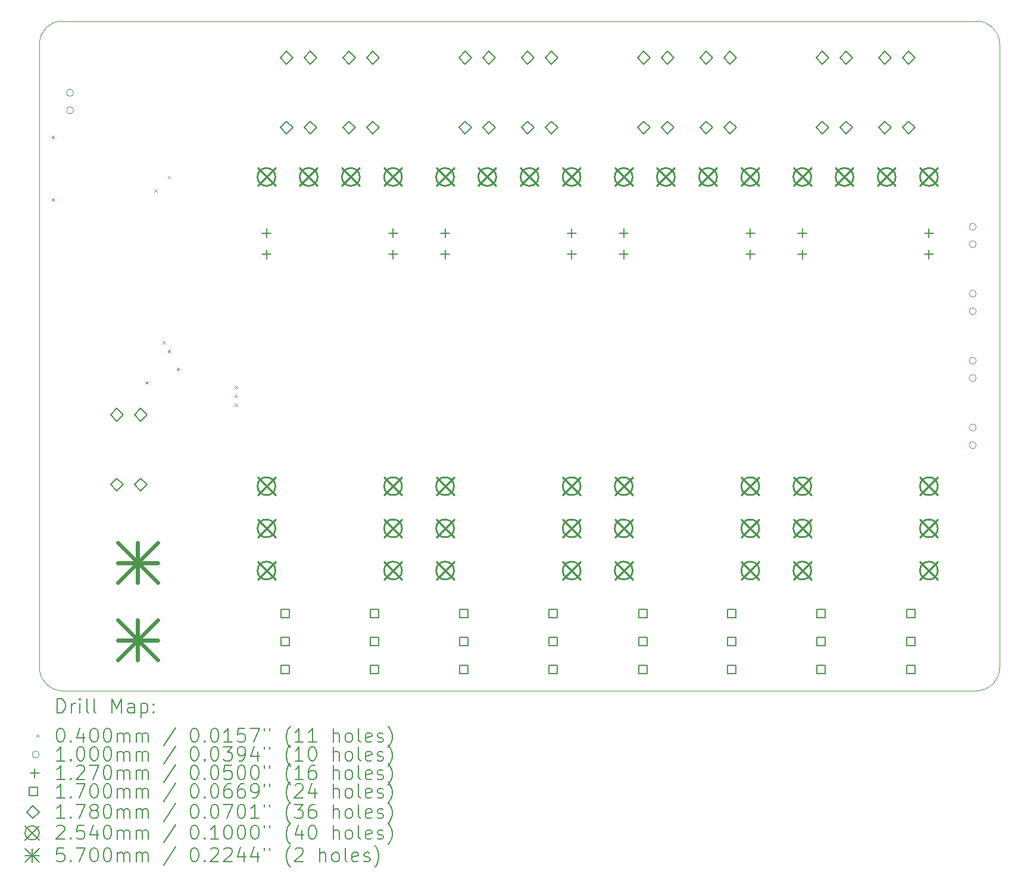
<source format=gbr>
%FSLAX45Y45*%
G04 Gerber Fmt 4.5, Leading zero omitted, Abs format (unit mm)*
G04 Created by KiCad (PCBNEW 6.0.6-3a73a75311~116~ubuntu22.04.1) date 2022-09-02 17:16:28*
%MOMM*%
%LPD*%
G01*
G04 APERTURE LIST*
%TA.AperFunction,Profile*%
%ADD10C,0.100000*%
%TD*%
%ADD11C,0.200000*%
%ADD12C,0.040000*%
%ADD13C,0.100000*%
%ADD14C,0.127000*%
%ADD15C,0.170000*%
%ADD16C,0.178000*%
%ADD17C,0.254000*%
%ADD18C,0.570000*%
G04 APERTURE END LIST*
D10*
X19367500Y-14605000D02*
G75*
G03*
X19685000Y-14287500I0J317500D01*
G01*
X6032500Y-14287500D02*
X6032500Y-5397500D01*
X6350000Y-5080000D02*
G75*
G03*
X6032500Y-5397500I0J-317500D01*
G01*
X19367500Y-14605000D02*
X6350000Y-14605000D01*
X19685000Y-5397500D02*
G75*
G03*
X19367500Y-5080000I-317500J0D01*
G01*
X6350000Y-5080000D02*
X19367500Y-5080000D01*
X19685000Y-5397500D02*
X19685000Y-14287500D01*
X6032500Y-14287500D02*
G75*
G03*
X6350000Y-14605000I317500J0D01*
G01*
D11*
D12*
X6203000Y-6711000D02*
X6243000Y-6751000D01*
X6243000Y-6711000D02*
X6203000Y-6751000D01*
X6203000Y-7600000D02*
X6243000Y-7640000D01*
X6243000Y-7600000D02*
X6203000Y-7640000D01*
X7536500Y-10203500D02*
X7576500Y-10243500D01*
X7576500Y-10203500D02*
X7536500Y-10243500D01*
X7663500Y-7473000D02*
X7703500Y-7513000D01*
X7703500Y-7473000D02*
X7663500Y-7513000D01*
X7784050Y-9632000D02*
X7824050Y-9672000D01*
X7824050Y-9632000D02*
X7784050Y-9672000D01*
X7854000Y-7282500D02*
X7894000Y-7322500D01*
X7894000Y-7282500D02*
X7854000Y-7322500D01*
X7854000Y-9759000D02*
X7894000Y-9799000D01*
X7894000Y-9759000D02*
X7854000Y-9799000D01*
X7981000Y-10013000D02*
X8021000Y-10053000D01*
X8021000Y-10013000D02*
X7981000Y-10053000D01*
X8806500Y-10267000D02*
X8846500Y-10307000D01*
X8846500Y-10267000D02*
X8806500Y-10307000D01*
X8806500Y-10394000D02*
X8846500Y-10434000D01*
X8846500Y-10394000D02*
X8806500Y-10434000D01*
X8806500Y-10521000D02*
X8846500Y-10561000D01*
X8846500Y-10521000D02*
X8806500Y-10561000D01*
D13*
X6516000Y-6098000D02*
G75*
G03*
X6516000Y-6098000I-50000J0D01*
G01*
X6516000Y-6348000D02*
G75*
G03*
X6516000Y-6348000I-50000J0D01*
G01*
X19354000Y-8005000D02*
G75*
G03*
X19354000Y-8005000I-50000J0D01*
G01*
X19354000Y-8255000D02*
G75*
G03*
X19354000Y-8255000I-50000J0D01*
G01*
X19354000Y-8957500D02*
G75*
G03*
X19354000Y-8957500I-50000J0D01*
G01*
X19354000Y-9207500D02*
G75*
G03*
X19354000Y-9207500I-50000J0D01*
G01*
X19354000Y-9910000D02*
G75*
G03*
X19354000Y-9910000I-50000J0D01*
G01*
X19354000Y-10160000D02*
G75*
G03*
X19354000Y-10160000I-50000J0D01*
G01*
X19354000Y-10862500D02*
G75*
G03*
X19354000Y-10862500I-50000J0D01*
G01*
X19354000Y-11112500D02*
G75*
G03*
X19354000Y-11112500I-50000J0D01*
G01*
D14*
X9260000Y-8033000D02*
X9260000Y-8160000D01*
X9196500Y-8096500D02*
X9323500Y-8096500D01*
X9260000Y-8333000D02*
X9260000Y-8460000D01*
X9196500Y-8396500D02*
X9323500Y-8396500D01*
X11060000Y-8033000D02*
X11060000Y-8160000D01*
X10996500Y-8096500D02*
X11123500Y-8096500D01*
X11060000Y-8333000D02*
X11060000Y-8460000D01*
X10996500Y-8396500D02*
X11123500Y-8396500D01*
X11800000Y-8033000D02*
X11800000Y-8160000D01*
X11736500Y-8096500D02*
X11863500Y-8096500D01*
X11800000Y-8333000D02*
X11800000Y-8460000D01*
X11736500Y-8396500D02*
X11863500Y-8396500D01*
X13600000Y-8033000D02*
X13600000Y-8160000D01*
X13536500Y-8096500D02*
X13663500Y-8096500D01*
X13600000Y-8333000D02*
X13600000Y-8460000D01*
X13536500Y-8396500D02*
X13663500Y-8396500D01*
X14340000Y-8033000D02*
X14340000Y-8160000D01*
X14276500Y-8096500D02*
X14403500Y-8096500D01*
X14340000Y-8333000D02*
X14340000Y-8460000D01*
X14276500Y-8396500D02*
X14403500Y-8396500D01*
X16140000Y-8033000D02*
X16140000Y-8160000D01*
X16076500Y-8096500D02*
X16203500Y-8096500D01*
X16140000Y-8333000D02*
X16140000Y-8460000D01*
X16076500Y-8396500D02*
X16203500Y-8396500D01*
X16880500Y-8033000D02*
X16880500Y-8160000D01*
X16817000Y-8096500D02*
X16944000Y-8096500D01*
X16880500Y-8333000D02*
X16880500Y-8460000D01*
X16817000Y-8396500D02*
X16944000Y-8396500D01*
X18680500Y-8033000D02*
X18680500Y-8160000D01*
X18617000Y-8096500D02*
X18744000Y-8096500D01*
X18680500Y-8333000D02*
X18680500Y-8460000D01*
X18617000Y-8396500D02*
X18744000Y-8396500D01*
D15*
X9585105Y-13570605D02*
X9585105Y-13450395D01*
X9464895Y-13450395D01*
X9464895Y-13570605D01*
X9585105Y-13570605D01*
X9585105Y-13966605D02*
X9585105Y-13846395D01*
X9464895Y-13846395D01*
X9464895Y-13966605D01*
X9585105Y-13966605D01*
X9585105Y-14362605D02*
X9585105Y-14242395D01*
X9464895Y-14242395D01*
X9464895Y-14362605D01*
X9585105Y-14362605D01*
X10855105Y-13570605D02*
X10855105Y-13450395D01*
X10734895Y-13450395D01*
X10734895Y-13570605D01*
X10855105Y-13570605D01*
X10855105Y-13966605D02*
X10855105Y-13846395D01*
X10734895Y-13846395D01*
X10734895Y-13966605D01*
X10855105Y-13966605D01*
X10855105Y-14362605D02*
X10855105Y-14242395D01*
X10734895Y-14242395D01*
X10734895Y-14362605D01*
X10855105Y-14362605D01*
X12125105Y-13570605D02*
X12125105Y-13450395D01*
X12004895Y-13450395D01*
X12004895Y-13570605D01*
X12125105Y-13570605D01*
X12125105Y-13966605D02*
X12125105Y-13846395D01*
X12004895Y-13846395D01*
X12004895Y-13966605D01*
X12125105Y-13966605D01*
X12125105Y-14362605D02*
X12125105Y-14242395D01*
X12004895Y-14242395D01*
X12004895Y-14362605D01*
X12125105Y-14362605D01*
X13395105Y-13570605D02*
X13395105Y-13450395D01*
X13274895Y-13450395D01*
X13274895Y-13570605D01*
X13395105Y-13570605D01*
X13395105Y-13966605D02*
X13395105Y-13846395D01*
X13274895Y-13846395D01*
X13274895Y-13966605D01*
X13395105Y-13966605D01*
X13395105Y-14362605D02*
X13395105Y-14242395D01*
X13274895Y-14242395D01*
X13274895Y-14362605D01*
X13395105Y-14362605D01*
X14675605Y-13570605D02*
X14675605Y-13450395D01*
X14555395Y-13450395D01*
X14555395Y-13570605D01*
X14675605Y-13570605D01*
X14675605Y-13966605D02*
X14675605Y-13846395D01*
X14555395Y-13846395D01*
X14555395Y-13966605D01*
X14675605Y-13966605D01*
X14675605Y-14362605D02*
X14675605Y-14242395D01*
X14555395Y-14242395D01*
X14555395Y-14362605D01*
X14675605Y-14362605D01*
X15935105Y-13570605D02*
X15935105Y-13450395D01*
X15814895Y-13450395D01*
X15814895Y-13570605D01*
X15935105Y-13570605D01*
X15935105Y-13966605D02*
X15935105Y-13846395D01*
X15814895Y-13846395D01*
X15814895Y-13966605D01*
X15935105Y-13966605D01*
X15935105Y-14362605D02*
X15935105Y-14242395D01*
X15814895Y-14242395D01*
X15814895Y-14362605D01*
X15935105Y-14362605D01*
X17205105Y-13570605D02*
X17205105Y-13450395D01*
X17084895Y-13450395D01*
X17084895Y-13570605D01*
X17205105Y-13570605D01*
X17205105Y-13966605D02*
X17205105Y-13846395D01*
X17084895Y-13846395D01*
X17084895Y-13966605D01*
X17205105Y-13966605D01*
X17205105Y-14362605D02*
X17205105Y-14242395D01*
X17084895Y-14242395D01*
X17084895Y-14362605D01*
X17205105Y-14362605D01*
X18485605Y-13570605D02*
X18485605Y-13450395D01*
X18365395Y-13450395D01*
X18365395Y-13570605D01*
X18485605Y-13570605D01*
X18485605Y-13966605D02*
X18485605Y-13846395D01*
X18365395Y-13846395D01*
X18365395Y-13966605D01*
X18485605Y-13966605D01*
X18485605Y-14362605D02*
X18485605Y-14242395D01*
X18365395Y-14242395D01*
X18365395Y-14362605D01*
X18485605Y-14362605D01*
D16*
X7132500Y-10769000D02*
X7221500Y-10680000D01*
X7132500Y-10591000D01*
X7043500Y-10680000D01*
X7132500Y-10769000D01*
X7132500Y-11761000D02*
X7221500Y-11672000D01*
X7132500Y-11583000D01*
X7043500Y-11672000D01*
X7132500Y-11761000D01*
X7472500Y-10769000D02*
X7561500Y-10680000D01*
X7472500Y-10591000D01*
X7383500Y-10680000D01*
X7472500Y-10769000D01*
X7472500Y-11761000D02*
X7561500Y-11672000D01*
X7472500Y-11583000D01*
X7383500Y-11672000D01*
X7472500Y-11761000D01*
X9545500Y-5689000D02*
X9634500Y-5600000D01*
X9545500Y-5511000D01*
X9456500Y-5600000D01*
X9545500Y-5689000D01*
X9545500Y-6681000D02*
X9634500Y-6592000D01*
X9545500Y-6503000D01*
X9456500Y-6592000D01*
X9545500Y-6681000D01*
X9885500Y-5689000D02*
X9974500Y-5600000D01*
X9885500Y-5511000D01*
X9796500Y-5600000D01*
X9885500Y-5689000D01*
X9885500Y-6681000D02*
X9974500Y-6592000D01*
X9885500Y-6503000D01*
X9796500Y-6592000D01*
X9885500Y-6681000D01*
X10434500Y-5689000D02*
X10523500Y-5600000D01*
X10434500Y-5511000D01*
X10345500Y-5600000D01*
X10434500Y-5689000D01*
X10434500Y-6681000D02*
X10523500Y-6592000D01*
X10434500Y-6503000D01*
X10345500Y-6592000D01*
X10434500Y-6681000D01*
X10774500Y-5689000D02*
X10863500Y-5600000D01*
X10774500Y-5511000D01*
X10685500Y-5600000D01*
X10774500Y-5689000D01*
X10774500Y-6681000D02*
X10863500Y-6592000D01*
X10774500Y-6503000D01*
X10685500Y-6592000D01*
X10774500Y-6681000D01*
X12085500Y-5689000D02*
X12174500Y-5600000D01*
X12085500Y-5511000D01*
X11996500Y-5600000D01*
X12085500Y-5689000D01*
X12085500Y-6681000D02*
X12174500Y-6592000D01*
X12085500Y-6503000D01*
X11996500Y-6592000D01*
X12085500Y-6681000D01*
X12425500Y-5689000D02*
X12514500Y-5600000D01*
X12425500Y-5511000D01*
X12336500Y-5600000D01*
X12425500Y-5689000D01*
X12425500Y-6681000D02*
X12514500Y-6592000D01*
X12425500Y-6503000D01*
X12336500Y-6592000D01*
X12425500Y-6681000D01*
X12974500Y-5689000D02*
X13063500Y-5600000D01*
X12974500Y-5511000D01*
X12885500Y-5600000D01*
X12974500Y-5689000D01*
X12974500Y-6681000D02*
X13063500Y-6592000D01*
X12974500Y-6503000D01*
X12885500Y-6592000D01*
X12974500Y-6681000D01*
X13314500Y-5689000D02*
X13403500Y-5600000D01*
X13314500Y-5511000D01*
X13225500Y-5600000D01*
X13314500Y-5689000D01*
X13314500Y-6681000D02*
X13403500Y-6592000D01*
X13314500Y-6503000D01*
X13225500Y-6592000D01*
X13314500Y-6681000D01*
X14625500Y-5689000D02*
X14714500Y-5600000D01*
X14625500Y-5511000D01*
X14536500Y-5600000D01*
X14625500Y-5689000D01*
X14625500Y-6681000D02*
X14714500Y-6592000D01*
X14625500Y-6503000D01*
X14536500Y-6592000D01*
X14625500Y-6681000D01*
X14965500Y-5689000D02*
X15054500Y-5600000D01*
X14965500Y-5511000D01*
X14876500Y-5600000D01*
X14965500Y-5689000D01*
X14965500Y-6681000D02*
X15054500Y-6592000D01*
X14965500Y-6503000D01*
X14876500Y-6592000D01*
X14965500Y-6681000D01*
X15514500Y-5689000D02*
X15603500Y-5600000D01*
X15514500Y-5511000D01*
X15425500Y-5600000D01*
X15514500Y-5689000D01*
X15514500Y-6681000D02*
X15603500Y-6592000D01*
X15514500Y-6503000D01*
X15425500Y-6592000D01*
X15514500Y-6681000D01*
X15854500Y-5689000D02*
X15943500Y-5600000D01*
X15854500Y-5511000D01*
X15765500Y-5600000D01*
X15854500Y-5689000D01*
X15854500Y-6681000D02*
X15943500Y-6592000D01*
X15854500Y-6503000D01*
X15765500Y-6592000D01*
X15854500Y-6681000D01*
X17165500Y-5689000D02*
X17254500Y-5600000D01*
X17165500Y-5511000D01*
X17076500Y-5600000D01*
X17165500Y-5689000D01*
X17165500Y-6681000D02*
X17254500Y-6592000D01*
X17165500Y-6503000D01*
X17076500Y-6592000D01*
X17165500Y-6681000D01*
X17505500Y-5689000D02*
X17594500Y-5600000D01*
X17505500Y-5511000D01*
X17416500Y-5600000D01*
X17505500Y-5689000D01*
X17505500Y-6681000D02*
X17594500Y-6592000D01*
X17505500Y-6503000D01*
X17416500Y-6592000D01*
X17505500Y-6681000D01*
X18054500Y-5689000D02*
X18143500Y-5600000D01*
X18054500Y-5511000D01*
X17965500Y-5600000D01*
X18054500Y-5689000D01*
X18054500Y-6681000D02*
X18143500Y-6592000D01*
X18054500Y-6503000D01*
X17965500Y-6592000D01*
X18054500Y-6681000D01*
X18394500Y-5689000D02*
X18483500Y-5600000D01*
X18394500Y-5511000D01*
X18305500Y-5600000D01*
X18394500Y-5689000D01*
X18394500Y-6681000D02*
X18483500Y-6592000D01*
X18394500Y-6503000D01*
X18305500Y-6592000D01*
X18394500Y-6681000D01*
D17*
X9133000Y-7169500D02*
X9387000Y-7423500D01*
X9387000Y-7169500D02*
X9133000Y-7423500D01*
X9387000Y-7296500D02*
G75*
G03*
X9387000Y-7296500I-127000J0D01*
G01*
X9133000Y-11569500D02*
X9387000Y-11823500D01*
X9387000Y-11569500D02*
X9133000Y-11823500D01*
X9387000Y-11696500D02*
G75*
G03*
X9387000Y-11696500I-127000J0D01*
G01*
X9133000Y-12169500D02*
X9387000Y-12423500D01*
X9387000Y-12169500D02*
X9133000Y-12423500D01*
X9387000Y-12296500D02*
G75*
G03*
X9387000Y-12296500I-127000J0D01*
G01*
X9133000Y-12769500D02*
X9387000Y-13023500D01*
X9387000Y-12769500D02*
X9133000Y-13023500D01*
X9387000Y-12896500D02*
G75*
G03*
X9387000Y-12896500I-127000J0D01*
G01*
X9733000Y-7169500D02*
X9987000Y-7423500D01*
X9987000Y-7169500D02*
X9733000Y-7423500D01*
X9987000Y-7296500D02*
G75*
G03*
X9987000Y-7296500I-127000J0D01*
G01*
X10333000Y-7169500D02*
X10587000Y-7423500D01*
X10587000Y-7169500D02*
X10333000Y-7423500D01*
X10587000Y-7296500D02*
G75*
G03*
X10587000Y-7296500I-127000J0D01*
G01*
X10933000Y-7169500D02*
X11187000Y-7423500D01*
X11187000Y-7169500D02*
X10933000Y-7423500D01*
X11187000Y-7296500D02*
G75*
G03*
X11187000Y-7296500I-127000J0D01*
G01*
X10933000Y-11569500D02*
X11187000Y-11823500D01*
X11187000Y-11569500D02*
X10933000Y-11823500D01*
X11187000Y-11696500D02*
G75*
G03*
X11187000Y-11696500I-127000J0D01*
G01*
X10933000Y-12169500D02*
X11187000Y-12423500D01*
X11187000Y-12169500D02*
X10933000Y-12423500D01*
X11187000Y-12296500D02*
G75*
G03*
X11187000Y-12296500I-127000J0D01*
G01*
X10933000Y-12769500D02*
X11187000Y-13023500D01*
X11187000Y-12769500D02*
X10933000Y-13023500D01*
X11187000Y-12896500D02*
G75*
G03*
X11187000Y-12896500I-127000J0D01*
G01*
X11673000Y-7169500D02*
X11927000Y-7423500D01*
X11927000Y-7169500D02*
X11673000Y-7423500D01*
X11927000Y-7296500D02*
G75*
G03*
X11927000Y-7296500I-127000J0D01*
G01*
X11673000Y-11569500D02*
X11927000Y-11823500D01*
X11927000Y-11569500D02*
X11673000Y-11823500D01*
X11927000Y-11696500D02*
G75*
G03*
X11927000Y-11696500I-127000J0D01*
G01*
X11673000Y-12169500D02*
X11927000Y-12423500D01*
X11927000Y-12169500D02*
X11673000Y-12423500D01*
X11927000Y-12296500D02*
G75*
G03*
X11927000Y-12296500I-127000J0D01*
G01*
X11673000Y-12769500D02*
X11927000Y-13023500D01*
X11927000Y-12769500D02*
X11673000Y-13023500D01*
X11927000Y-12896500D02*
G75*
G03*
X11927000Y-12896500I-127000J0D01*
G01*
X12273000Y-7169500D02*
X12527000Y-7423500D01*
X12527000Y-7169500D02*
X12273000Y-7423500D01*
X12527000Y-7296500D02*
G75*
G03*
X12527000Y-7296500I-127000J0D01*
G01*
X12873000Y-7169500D02*
X13127000Y-7423500D01*
X13127000Y-7169500D02*
X12873000Y-7423500D01*
X13127000Y-7296500D02*
G75*
G03*
X13127000Y-7296500I-127000J0D01*
G01*
X13473000Y-7169500D02*
X13727000Y-7423500D01*
X13727000Y-7169500D02*
X13473000Y-7423500D01*
X13727000Y-7296500D02*
G75*
G03*
X13727000Y-7296500I-127000J0D01*
G01*
X13473000Y-11569500D02*
X13727000Y-11823500D01*
X13727000Y-11569500D02*
X13473000Y-11823500D01*
X13727000Y-11696500D02*
G75*
G03*
X13727000Y-11696500I-127000J0D01*
G01*
X13473000Y-12169500D02*
X13727000Y-12423500D01*
X13727000Y-12169500D02*
X13473000Y-12423500D01*
X13727000Y-12296500D02*
G75*
G03*
X13727000Y-12296500I-127000J0D01*
G01*
X13473000Y-12769500D02*
X13727000Y-13023500D01*
X13727000Y-12769500D02*
X13473000Y-13023500D01*
X13727000Y-12896500D02*
G75*
G03*
X13727000Y-12896500I-127000J0D01*
G01*
X14213000Y-7169500D02*
X14467000Y-7423500D01*
X14467000Y-7169500D02*
X14213000Y-7423500D01*
X14467000Y-7296500D02*
G75*
G03*
X14467000Y-7296500I-127000J0D01*
G01*
X14213000Y-11569500D02*
X14467000Y-11823500D01*
X14467000Y-11569500D02*
X14213000Y-11823500D01*
X14467000Y-11696500D02*
G75*
G03*
X14467000Y-11696500I-127000J0D01*
G01*
X14213000Y-12169500D02*
X14467000Y-12423500D01*
X14467000Y-12169500D02*
X14213000Y-12423500D01*
X14467000Y-12296500D02*
G75*
G03*
X14467000Y-12296500I-127000J0D01*
G01*
X14213000Y-12769500D02*
X14467000Y-13023500D01*
X14467000Y-12769500D02*
X14213000Y-13023500D01*
X14467000Y-12896500D02*
G75*
G03*
X14467000Y-12896500I-127000J0D01*
G01*
X14813000Y-7169500D02*
X15067000Y-7423500D01*
X15067000Y-7169500D02*
X14813000Y-7423500D01*
X15067000Y-7296500D02*
G75*
G03*
X15067000Y-7296500I-127000J0D01*
G01*
X15413000Y-7169500D02*
X15667000Y-7423500D01*
X15667000Y-7169500D02*
X15413000Y-7423500D01*
X15667000Y-7296500D02*
G75*
G03*
X15667000Y-7296500I-127000J0D01*
G01*
X16013000Y-7169500D02*
X16267000Y-7423500D01*
X16267000Y-7169500D02*
X16013000Y-7423500D01*
X16267000Y-7296500D02*
G75*
G03*
X16267000Y-7296500I-127000J0D01*
G01*
X16013000Y-11569500D02*
X16267000Y-11823500D01*
X16267000Y-11569500D02*
X16013000Y-11823500D01*
X16267000Y-11696500D02*
G75*
G03*
X16267000Y-11696500I-127000J0D01*
G01*
X16013000Y-12169500D02*
X16267000Y-12423500D01*
X16267000Y-12169500D02*
X16013000Y-12423500D01*
X16267000Y-12296500D02*
G75*
G03*
X16267000Y-12296500I-127000J0D01*
G01*
X16013000Y-12769500D02*
X16267000Y-13023500D01*
X16267000Y-12769500D02*
X16013000Y-13023500D01*
X16267000Y-12896500D02*
G75*
G03*
X16267000Y-12896500I-127000J0D01*
G01*
X16753500Y-7169500D02*
X17007500Y-7423500D01*
X17007500Y-7169500D02*
X16753500Y-7423500D01*
X17007500Y-7296500D02*
G75*
G03*
X17007500Y-7296500I-127000J0D01*
G01*
X16753500Y-11569500D02*
X17007500Y-11823500D01*
X17007500Y-11569500D02*
X16753500Y-11823500D01*
X17007500Y-11696500D02*
G75*
G03*
X17007500Y-11696500I-127000J0D01*
G01*
X16753500Y-12169500D02*
X17007500Y-12423500D01*
X17007500Y-12169500D02*
X16753500Y-12423500D01*
X17007500Y-12296500D02*
G75*
G03*
X17007500Y-12296500I-127000J0D01*
G01*
X16753500Y-12769500D02*
X17007500Y-13023500D01*
X17007500Y-12769500D02*
X16753500Y-13023500D01*
X17007500Y-12896500D02*
G75*
G03*
X17007500Y-12896500I-127000J0D01*
G01*
X17353500Y-7169500D02*
X17607500Y-7423500D01*
X17607500Y-7169500D02*
X17353500Y-7423500D01*
X17607500Y-7296500D02*
G75*
G03*
X17607500Y-7296500I-127000J0D01*
G01*
X17953500Y-7169500D02*
X18207500Y-7423500D01*
X18207500Y-7169500D02*
X17953500Y-7423500D01*
X18207500Y-7296500D02*
G75*
G03*
X18207500Y-7296500I-127000J0D01*
G01*
X18553500Y-7169500D02*
X18807500Y-7423500D01*
X18807500Y-7169500D02*
X18553500Y-7423500D01*
X18807500Y-7296500D02*
G75*
G03*
X18807500Y-7296500I-127000J0D01*
G01*
X18553500Y-11569500D02*
X18807500Y-11823500D01*
X18807500Y-11569500D02*
X18553500Y-11823500D01*
X18807500Y-11696500D02*
G75*
G03*
X18807500Y-11696500I-127000J0D01*
G01*
X18553500Y-12169500D02*
X18807500Y-12423500D01*
X18807500Y-12169500D02*
X18553500Y-12423500D01*
X18807500Y-12296500D02*
G75*
G03*
X18807500Y-12296500I-127000J0D01*
G01*
X18553500Y-12769500D02*
X18807500Y-13023500D01*
X18807500Y-12769500D02*
X18553500Y-13023500D01*
X18807500Y-12896500D02*
G75*
G03*
X18807500Y-12896500I-127000J0D01*
G01*
D18*
X7144500Y-12500000D02*
X7714500Y-13070000D01*
X7714500Y-12500000D02*
X7144500Y-13070000D01*
X7429500Y-12500000D02*
X7429500Y-13070000D01*
X7144500Y-12785000D02*
X7714500Y-12785000D01*
X7144500Y-13600000D02*
X7714500Y-14170000D01*
X7714500Y-13600000D02*
X7144500Y-14170000D01*
X7429500Y-13600000D02*
X7429500Y-14170000D01*
X7144500Y-13885000D02*
X7714500Y-13885000D01*
D11*
X6285119Y-14920476D02*
X6285119Y-14720476D01*
X6332738Y-14720476D01*
X6361309Y-14730000D01*
X6380357Y-14749048D01*
X6389881Y-14768095D01*
X6399405Y-14806190D01*
X6399405Y-14834762D01*
X6389881Y-14872857D01*
X6380357Y-14891905D01*
X6361309Y-14910952D01*
X6332738Y-14920476D01*
X6285119Y-14920476D01*
X6485119Y-14920476D02*
X6485119Y-14787143D01*
X6485119Y-14825238D02*
X6494643Y-14806190D01*
X6504167Y-14796667D01*
X6523214Y-14787143D01*
X6542262Y-14787143D01*
X6608928Y-14920476D02*
X6608928Y-14787143D01*
X6608928Y-14720476D02*
X6599405Y-14730000D01*
X6608928Y-14739524D01*
X6618452Y-14730000D01*
X6608928Y-14720476D01*
X6608928Y-14739524D01*
X6732738Y-14920476D02*
X6713690Y-14910952D01*
X6704167Y-14891905D01*
X6704167Y-14720476D01*
X6837500Y-14920476D02*
X6818452Y-14910952D01*
X6808928Y-14891905D01*
X6808928Y-14720476D01*
X7066071Y-14920476D02*
X7066071Y-14720476D01*
X7132738Y-14863333D01*
X7199405Y-14720476D01*
X7199405Y-14920476D01*
X7380357Y-14920476D02*
X7380357Y-14815714D01*
X7370833Y-14796667D01*
X7351786Y-14787143D01*
X7313690Y-14787143D01*
X7294643Y-14796667D01*
X7380357Y-14910952D02*
X7361309Y-14920476D01*
X7313690Y-14920476D01*
X7294643Y-14910952D01*
X7285119Y-14891905D01*
X7285119Y-14872857D01*
X7294643Y-14853809D01*
X7313690Y-14844286D01*
X7361309Y-14844286D01*
X7380357Y-14834762D01*
X7475595Y-14787143D02*
X7475595Y-14987143D01*
X7475595Y-14796667D02*
X7494643Y-14787143D01*
X7532738Y-14787143D01*
X7551786Y-14796667D01*
X7561309Y-14806190D01*
X7570833Y-14825238D01*
X7570833Y-14882381D01*
X7561309Y-14901428D01*
X7551786Y-14910952D01*
X7532738Y-14920476D01*
X7494643Y-14920476D01*
X7475595Y-14910952D01*
X7656548Y-14901428D02*
X7666071Y-14910952D01*
X7656548Y-14920476D01*
X7647024Y-14910952D01*
X7656548Y-14901428D01*
X7656548Y-14920476D01*
X7656548Y-14796667D02*
X7666071Y-14806190D01*
X7656548Y-14815714D01*
X7647024Y-14806190D01*
X7656548Y-14796667D01*
X7656548Y-14815714D01*
D12*
X5987500Y-15230000D02*
X6027500Y-15270000D01*
X6027500Y-15230000D02*
X5987500Y-15270000D01*
D11*
X6323214Y-15140476D02*
X6342262Y-15140476D01*
X6361309Y-15150000D01*
X6370833Y-15159524D01*
X6380357Y-15178571D01*
X6389881Y-15216667D01*
X6389881Y-15264286D01*
X6380357Y-15302381D01*
X6370833Y-15321428D01*
X6361309Y-15330952D01*
X6342262Y-15340476D01*
X6323214Y-15340476D01*
X6304167Y-15330952D01*
X6294643Y-15321428D01*
X6285119Y-15302381D01*
X6275595Y-15264286D01*
X6275595Y-15216667D01*
X6285119Y-15178571D01*
X6294643Y-15159524D01*
X6304167Y-15150000D01*
X6323214Y-15140476D01*
X6475595Y-15321428D02*
X6485119Y-15330952D01*
X6475595Y-15340476D01*
X6466071Y-15330952D01*
X6475595Y-15321428D01*
X6475595Y-15340476D01*
X6656548Y-15207143D02*
X6656548Y-15340476D01*
X6608928Y-15130952D02*
X6561309Y-15273809D01*
X6685119Y-15273809D01*
X6799405Y-15140476D02*
X6818452Y-15140476D01*
X6837500Y-15150000D01*
X6847024Y-15159524D01*
X6856548Y-15178571D01*
X6866071Y-15216667D01*
X6866071Y-15264286D01*
X6856548Y-15302381D01*
X6847024Y-15321428D01*
X6837500Y-15330952D01*
X6818452Y-15340476D01*
X6799405Y-15340476D01*
X6780357Y-15330952D01*
X6770833Y-15321428D01*
X6761309Y-15302381D01*
X6751786Y-15264286D01*
X6751786Y-15216667D01*
X6761309Y-15178571D01*
X6770833Y-15159524D01*
X6780357Y-15150000D01*
X6799405Y-15140476D01*
X6989881Y-15140476D02*
X7008928Y-15140476D01*
X7027976Y-15150000D01*
X7037500Y-15159524D01*
X7047024Y-15178571D01*
X7056548Y-15216667D01*
X7056548Y-15264286D01*
X7047024Y-15302381D01*
X7037500Y-15321428D01*
X7027976Y-15330952D01*
X7008928Y-15340476D01*
X6989881Y-15340476D01*
X6970833Y-15330952D01*
X6961309Y-15321428D01*
X6951786Y-15302381D01*
X6942262Y-15264286D01*
X6942262Y-15216667D01*
X6951786Y-15178571D01*
X6961309Y-15159524D01*
X6970833Y-15150000D01*
X6989881Y-15140476D01*
X7142262Y-15340476D02*
X7142262Y-15207143D01*
X7142262Y-15226190D02*
X7151786Y-15216667D01*
X7170833Y-15207143D01*
X7199405Y-15207143D01*
X7218452Y-15216667D01*
X7227976Y-15235714D01*
X7227976Y-15340476D01*
X7227976Y-15235714D02*
X7237500Y-15216667D01*
X7256548Y-15207143D01*
X7285119Y-15207143D01*
X7304167Y-15216667D01*
X7313690Y-15235714D01*
X7313690Y-15340476D01*
X7408928Y-15340476D02*
X7408928Y-15207143D01*
X7408928Y-15226190D02*
X7418452Y-15216667D01*
X7437500Y-15207143D01*
X7466071Y-15207143D01*
X7485119Y-15216667D01*
X7494643Y-15235714D01*
X7494643Y-15340476D01*
X7494643Y-15235714D02*
X7504167Y-15216667D01*
X7523214Y-15207143D01*
X7551786Y-15207143D01*
X7570833Y-15216667D01*
X7580357Y-15235714D01*
X7580357Y-15340476D01*
X7970833Y-15130952D02*
X7799405Y-15388095D01*
X8227976Y-15140476D02*
X8247024Y-15140476D01*
X8266071Y-15150000D01*
X8275595Y-15159524D01*
X8285119Y-15178571D01*
X8294643Y-15216667D01*
X8294643Y-15264286D01*
X8285119Y-15302381D01*
X8275595Y-15321428D01*
X8266071Y-15330952D01*
X8247024Y-15340476D01*
X8227976Y-15340476D01*
X8208928Y-15330952D01*
X8199405Y-15321428D01*
X8189881Y-15302381D01*
X8180357Y-15264286D01*
X8180357Y-15216667D01*
X8189881Y-15178571D01*
X8199405Y-15159524D01*
X8208928Y-15150000D01*
X8227976Y-15140476D01*
X8380357Y-15321428D02*
X8389881Y-15330952D01*
X8380357Y-15340476D01*
X8370833Y-15330952D01*
X8380357Y-15321428D01*
X8380357Y-15340476D01*
X8513690Y-15140476D02*
X8532738Y-15140476D01*
X8551786Y-15150000D01*
X8561310Y-15159524D01*
X8570833Y-15178571D01*
X8580357Y-15216667D01*
X8580357Y-15264286D01*
X8570833Y-15302381D01*
X8561310Y-15321428D01*
X8551786Y-15330952D01*
X8532738Y-15340476D01*
X8513690Y-15340476D01*
X8494643Y-15330952D01*
X8485119Y-15321428D01*
X8475595Y-15302381D01*
X8466071Y-15264286D01*
X8466071Y-15216667D01*
X8475595Y-15178571D01*
X8485119Y-15159524D01*
X8494643Y-15150000D01*
X8513690Y-15140476D01*
X8770833Y-15340476D02*
X8656548Y-15340476D01*
X8713690Y-15340476D02*
X8713690Y-15140476D01*
X8694643Y-15169048D01*
X8675595Y-15188095D01*
X8656548Y-15197619D01*
X8951786Y-15140476D02*
X8856548Y-15140476D01*
X8847024Y-15235714D01*
X8856548Y-15226190D01*
X8875595Y-15216667D01*
X8923214Y-15216667D01*
X8942262Y-15226190D01*
X8951786Y-15235714D01*
X8961310Y-15254762D01*
X8961310Y-15302381D01*
X8951786Y-15321428D01*
X8942262Y-15330952D01*
X8923214Y-15340476D01*
X8875595Y-15340476D01*
X8856548Y-15330952D01*
X8847024Y-15321428D01*
X9027976Y-15140476D02*
X9161310Y-15140476D01*
X9075595Y-15340476D01*
X9227976Y-15140476D02*
X9227976Y-15178571D01*
X9304167Y-15140476D02*
X9304167Y-15178571D01*
X9599405Y-15416667D02*
X9589881Y-15407143D01*
X9570833Y-15378571D01*
X9561310Y-15359524D01*
X9551786Y-15330952D01*
X9542262Y-15283333D01*
X9542262Y-15245238D01*
X9551786Y-15197619D01*
X9561310Y-15169048D01*
X9570833Y-15150000D01*
X9589881Y-15121428D01*
X9599405Y-15111905D01*
X9780357Y-15340476D02*
X9666071Y-15340476D01*
X9723214Y-15340476D02*
X9723214Y-15140476D01*
X9704167Y-15169048D01*
X9685119Y-15188095D01*
X9666071Y-15197619D01*
X9970833Y-15340476D02*
X9856548Y-15340476D01*
X9913690Y-15340476D02*
X9913690Y-15140476D01*
X9894643Y-15169048D01*
X9875595Y-15188095D01*
X9856548Y-15197619D01*
X10208929Y-15340476D02*
X10208929Y-15140476D01*
X10294643Y-15340476D02*
X10294643Y-15235714D01*
X10285119Y-15216667D01*
X10266071Y-15207143D01*
X10237500Y-15207143D01*
X10218452Y-15216667D01*
X10208929Y-15226190D01*
X10418452Y-15340476D02*
X10399405Y-15330952D01*
X10389881Y-15321428D01*
X10380357Y-15302381D01*
X10380357Y-15245238D01*
X10389881Y-15226190D01*
X10399405Y-15216667D01*
X10418452Y-15207143D01*
X10447024Y-15207143D01*
X10466071Y-15216667D01*
X10475595Y-15226190D01*
X10485119Y-15245238D01*
X10485119Y-15302381D01*
X10475595Y-15321428D01*
X10466071Y-15330952D01*
X10447024Y-15340476D01*
X10418452Y-15340476D01*
X10599405Y-15340476D02*
X10580357Y-15330952D01*
X10570833Y-15311905D01*
X10570833Y-15140476D01*
X10751786Y-15330952D02*
X10732738Y-15340476D01*
X10694643Y-15340476D01*
X10675595Y-15330952D01*
X10666071Y-15311905D01*
X10666071Y-15235714D01*
X10675595Y-15216667D01*
X10694643Y-15207143D01*
X10732738Y-15207143D01*
X10751786Y-15216667D01*
X10761310Y-15235714D01*
X10761310Y-15254762D01*
X10666071Y-15273809D01*
X10837500Y-15330952D02*
X10856548Y-15340476D01*
X10894643Y-15340476D01*
X10913690Y-15330952D01*
X10923214Y-15311905D01*
X10923214Y-15302381D01*
X10913690Y-15283333D01*
X10894643Y-15273809D01*
X10866071Y-15273809D01*
X10847024Y-15264286D01*
X10837500Y-15245238D01*
X10837500Y-15235714D01*
X10847024Y-15216667D01*
X10866071Y-15207143D01*
X10894643Y-15207143D01*
X10913690Y-15216667D01*
X10989881Y-15416667D02*
X10999405Y-15407143D01*
X11018452Y-15378571D01*
X11027976Y-15359524D01*
X11037500Y-15330952D01*
X11047024Y-15283333D01*
X11047024Y-15245238D01*
X11037500Y-15197619D01*
X11027976Y-15169048D01*
X11018452Y-15150000D01*
X10999405Y-15121428D01*
X10989881Y-15111905D01*
D13*
X6027500Y-15514000D02*
G75*
G03*
X6027500Y-15514000I-50000J0D01*
G01*
D11*
X6389881Y-15604476D02*
X6275595Y-15604476D01*
X6332738Y-15604476D02*
X6332738Y-15404476D01*
X6313690Y-15433048D01*
X6294643Y-15452095D01*
X6275595Y-15461619D01*
X6475595Y-15585428D02*
X6485119Y-15594952D01*
X6475595Y-15604476D01*
X6466071Y-15594952D01*
X6475595Y-15585428D01*
X6475595Y-15604476D01*
X6608928Y-15404476D02*
X6627976Y-15404476D01*
X6647024Y-15414000D01*
X6656548Y-15423524D01*
X6666071Y-15442571D01*
X6675595Y-15480667D01*
X6675595Y-15528286D01*
X6666071Y-15566381D01*
X6656548Y-15585428D01*
X6647024Y-15594952D01*
X6627976Y-15604476D01*
X6608928Y-15604476D01*
X6589881Y-15594952D01*
X6580357Y-15585428D01*
X6570833Y-15566381D01*
X6561309Y-15528286D01*
X6561309Y-15480667D01*
X6570833Y-15442571D01*
X6580357Y-15423524D01*
X6589881Y-15414000D01*
X6608928Y-15404476D01*
X6799405Y-15404476D02*
X6818452Y-15404476D01*
X6837500Y-15414000D01*
X6847024Y-15423524D01*
X6856548Y-15442571D01*
X6866071Y-15480667D01*
X6866071Y-15528286D01*
X6856548Y-15566381D01*
X6847024Y-15585428D01*
X6837500Y-15594952D01*
X6818452Y-15604476D01*
X6799405Y-15604476D01*
X6780357Y-15594952D01*
X6770833Y-15585428D01*
X6761309Y-15566381D01*
X6751786Y-15528286D01*
X6751786Y-15480667D01*
X6761309Y-15442571D01*
X6770833Y-15423524D01*
X6780357Y-15414000D01*
X6799405Y-15404476D01*
X6989881Y-15404476D02*
X7008928Y-15404476D01*
X7027976Y-15414000D01*
X7037500Y-15423524D01*
X7047024Y-15442571D01*
X7056548Y-15480667D01*
X7056548Y-15528286D01*
X7047024Y-15566381D01*
X7037500Y-15585428D01*
X7027976Y-15594952D01*
X7008928Y-15604476D01*
X6989881Y-15604476D01*
X6970833Y-15594952D01*
X6961309Y-15585428D01*
X6951786Y-15566381D01*
X6942262Y-15528286D01*
X6942262Y-15480667D01*
X6951786Y-15442571D01*
X6961309Y-15423524D01*
X6970833Y-15414000D01*
X6989881Y-15404476D01*
X7142262Y-15604476D02*
X7142262Y-15471143D01*
X7142262Y-15490190D02*
X7151786Y-15480667D01*
X7170833Y-15471143D01*
X7199405Y-15471143D01*
X7218452Y-15480667D01*
X7227976Y-15499714D01*
X7227976Y-15604476D01*
X7227976Y-15499714D02*
X7237500Y-15480667D01*
X7256548Y-15471143D01*
X7285119Y-15471143D01*
X7304167Y-15480667D01*
X7313690Y-15499714D01*
X7313690Y-15604476D01*
X7408928Y-15604476D02*
X7408928Y-15471143D01*
X7408928Y-15490190D02*
X7418452Y-15480667D01*
X7437500Y-15471143D01*
X7466071Y-15471143D01*
X7485119Y-15480667D01*
X7494643Y-15499714D01*
X7494643Y-15604476D01*
X7494643Y-15499714D02*
X7504167Y-15480667D01*
X7523214Y-15471143D01*
X7551786Y-15471143D01*
X7570833Y-15480667D01*
X7580357Y-15499714D01*
X7580357Y-15604476D01*
X7970833Y-15394952D02*
X7799405Y-15652095D01*
X8227976Y-15404476D02*
X8247024Y-15404476D01*
X8266071Y-15414000D01*
X8275595Y-15423524D01*
X8285119Y-15442571D01*
X8294643Y-15480667D01*
X8294643Y-15528286D01*
X8285119Y-15566381D01*
X8275595Y-15585428D01*
X8266071Y-15594952D01*
X8247024Y-15604476D01*
X8227976Y-15604476D01*
X8208928Y-15594952D01*
X8199405Y-15585428D01*
X8189881Y-15566381D01*
X8180357Y-15528286D01*
X8180357Y-15480667D01*
X8189881Y-15442571D01*
X8199405Y-15423524D01*
X8208928Y-15414000D01*
X8227976Y-15404476D01*
X8380357Y-15585428D02*
X8389881Y-15594952D01*
X8380357Y-15604476D01*
X8370833Y-15594952D01*
X8380357Y-15585428D01*
X8380357Y-15604476D01*
X8513690Y-15404476D02*
X8532738Y-15404476D01*
X8551786Y-15414000D01*
X8561310Y-15423524D01*
X8570833Y-15442571D01*
X8580357Y-15480667D01*
X8580357Y-15528286D01*
X8570833Y-15566381D01*
X8561310Y-15585428D01*
X8551786Y-15594952D01*
X8532738Y-15604476D01*
X8513690Y-15604476D01*
X8494643Y-15594952D01*
X8485119Y-15585428D01*
X8475595Y-15566381D01*
X8466071Y-15528286D01*
X8466071Y-15480667D01*
X8475595Y-15442571D01*
X8485119Y-15423524D01*
X8494643Y-15414000D01*
X8513690Y-15404476D01*
X8647024Y-15404476D02*
X8770833Y-15404476D01*
X8704167Y-15480667D01*
X8732738Y-15480667D01*
X8751786Y-15490190D01*
X8761310Y-15499714D01*
X8770833Y-15518762D01*
X8770833Y-15566381D01*
X8761310Y-15585428D01*
X8751786Y-15594952D01*
X8732738Y-15604476D01*
X8675595Y-15604476D01*
X8656548Y-15594952D01*
X8647024Y-15585428D01*
X8866071Y-15604476D02*
X8904167Y-15604476D01*
X8923214Y-15594952D01*
X8932738Y-15585428D01*
X8951786Y-15556857D01*
X8961310Y-15518762D01*
X8961310Y-15442571D01*
X8951786Y-15423524D01*
X8942262Y-15414000D01*
X8923214Y-15404476D01*
X8885119Y-15404476D01*
X8866071Y-15414000D01*
X8856548Y-15423524D01*
X8847024Y-15442571D01*
X8847024Y-15490190D01*
X8856548Y-15509238D01*
X8866071Y-15518762D01*
X8885119Y-15528286D01*
X8923214Y-15528286D01*
X8942262Y-15518762D01*
X8951786Y-15509238D01*
X8961310Y-15490190D01*
X9132738Y-15471143D02*
X9132738Y-15604476D01*
X9085119Y-15394952D02*
X9037500Y-15537809D01*
X9161310Y-15537809D01*
X9227976Y-15404476D02*
X9227976Y-15442571D01*
X9304167Y-15404476D02*
X9304167Y-15442571D01*
X9599405Y-15680667D02*
X9589881Y-15671143D01*
X9570833Y-15642571D01*
X9561310Y-15623524D01*
X9551786Y-15594952D01*
X9542262Y-15547333D01*
X9542262Y-15509238D01*
X9551786Y-15461619D01*
X9561310Y-15433048D01*
X9570833Y-15414000D01*
X9589881Y-15385428D01*
X9599405Y-15375905D01*
X9780357Y-15604476D02*
X9666071Y-15604476D01*
X9723214Y-15604476D02*
X9723214Y-15404476D01*
X9704167Y-15433048D01*
X9685119Y-15452095D01*
X9666071Y-15461619D01*
X9904167Y-15404476D02*
X9923214Y-15404476D01*
X9942262Y-15414000D01*
X9951786Y-15423524D01*
X9961310Y-15442571D01*
X9970833Y-15480667D01*
X9970833Y-15528286D01*
X9961310Y-15566381D01*
X9951786Y-15585428D01*
X9942262Y-15594952D01*
X9923214Y-15604476D01*
X9904167Y-15604476D01*
X9885119Y-15594952D01*
X9875595Y-15585428D01*
X9866071Y-15566381D01*
X9856548Y-15528286D01*
X9856548Y-15480667D01*
X9866071Y-15442571D01*
X9875595Y-15423524D01*
X9885119Y-15414000D01*
X9904167Y-15404476D01*
X10208929Y-15604476D02*
X10208929Y-15404476D01*
X10294643Y-15604476D02*
X10294643Y-15499714D01*
X10285119Y-15480667D01*
X10266071Y-15471143D01*
X10237500Y-15471143D01*
X10218452Y-15480667D01*
X10208929Y-15490190D01*
X10418452Y-15604476D02*
X10399405Y-15594952D01*
X10389881Y-15585428D01*
X10380357Y-15566381D01*
X10380357Y-15509238D01*
X10389881Y-15490190D01*
X10399405Y-15480667D01*
X10418452Y-15471143D01*
X10447024Y-15471143D01*
X10466071Y-15480667D01*
X10475595Y-15490190D01*
X10485119Y-15509238D01*
X10485119Y-15566381D01*
X10475595Y-15585428D01*
X10466071Y-15594952D01*
X10447024Y-15604476D01*
X10418452Y-15604476D01*
X10599405Y-15604476D02*
X10580357Y-15594952D01*
X10570833Y-15575905D01*
X10570833Y-15404476D01*
X10751786Y-15594952D02*
X10732738Y-15604476D01*
X10694643Y-15604476D01*
X10675595Y-15594952D01*
X10666071Y-15575905D01*
X10666071Y-15499714D01*
X10675595Y-15480667D01*
X10694643Y-15471143D01*
X10732738Y-15471143D01*
X10751786Y-15480667D01*
X10761310Y-15499714D01*
X10761310Y-15518762D01*
X10666071Y-15537809D01*
X10837500Y-15594952D02*
X10856548Y-15604476D01*
X10894643Y-15604476D01*
X10913690Y-15594952D01*
X10923214Y-15575905D01*
X10923214Y-15566381D01*
X10913690Y-15547333D01*
X10894643Y-15537809D01*
X10866071Y-15537809D01*
X10847024Y-15528286D01*
X10837500Y-15509238D01*
X10837500Y-15499714D01*
X10847024Y-15480667D01*
X10866071Y-15471143D01*
X10894643Y-15471143D01*
X10913690Y-15480667D01*
X10989881Y-15680667D02*
X10999405Y-15671143D01*
X11018452Y-15642571D01*
X11027976Y-15623524D01*
X11037500Y-15594952D01*
X11047024Y-15547333D01*
X11047024Y-15509238D01*
X11037500Y-15461619D01*
X11027976Y-15433048D01*
X11018452Y-15414000D01*
X10999405Y-15385428D01*
X10989881Y-15375905D01*
D14*
X5964000Y-15714500D02*
X5964000Y-15841500D01*
X5900500Y-15778000D02*
X6027500Y-15778000D01*
D11*
X6389881Y-15868476D02*
X6275595Y-15868476D01*
X6332738Y-15868476D02*
X6332738Y-15668476D01*
X6313690Y-15697048D01*
X6294643Y-15716095D01*
X6275595Y-15725619D01*
X6475595Y-15849428D02*
X6485119Y-15858952D01*
X6475595Y-15868476D01*
X6466071Y-15858952D01*
X6475595Y-15849428D01*
X6475595Y-15868476D01*
X6561309Y-15687524D02*
X6570833Y-15678000D01*
X6589881Y-15668476D01*
X6637500Y-15668476D01*
X6656548Y-15678000D01*
X6666071Y-15687524D01*
X6675595Y-15706571D01*
X6675595Y-15725619D01*
X6666071Y-15754190D01*
X6551786Y-15868476D01*
X6675595Y-15868476D01*
X6742262Y-15668476D02*
X6875595Y-15668476D01*
X6789881Y-15868476D01*
X6989881Y-15668476D02*
X7008928Y-15668476D01*
X7027976Y-15678000D01*
X7037500Y-15687524D01*
X7047024Y-15706571D01*
X7056548Y-15744667D01*
X7056548Y-15792286D01*
X7047024Y-15830381D01*
X7037500Y-15849428D01*
X7027976Y-15858952D01*
X7008928Y-15868476D01*
X6989881Y-15868476D01*
X6970833Y-15858952D01*
X6961309Y-15849428D01*
X6951786Y-15830381D01*
X6942262Y-15792286D01*
X6942262Y-15744667D01*
X6951786Y-15706571D01*
X6961309Y-15687524D01*
X6970833Y-15678000D01*
X6989881Y-15668476D01*
X7142262Y-15868476D02*
X7142262Y-15735143D01*
X7142262Y-15754190D02*
X7151786Y-15744667D01*
X7170833Y-15735143D01*
X7199405Y-15735143D01*
X7218452Y-15744667D01*
X7227976Y-15763714D01*
X7227976Y-15868476D01*
X7227976Y-15763714D02*
X7237500Y-15744667D01*
X7256548Y-15735143D01*
X7285119Y-15735143D01*
X7304167Y-15744667D01*
X7313690Y-15763714D01*
X7313690Y-15868476D01*
X7408928Y-15868476D02*
X7408928Y-15735143D01*
X7408928Y-15754190D02*
X7418452Y-15744667D01*
X7437500Y-15735143D01*
X7466071Y-15735143D01*
X7485119Y-15744667D01*
X7494643Y-15763714D01*
X7494643Y-15868476D01*
X7494643Y-15763714D02*
X7504167Y-15744667D01*
X7523214Y-15735143D01*
X7551786Y-15735143D01*
X7570833Y-15744667D01*
X7580357Y-15763714D01*
X7580357Y-15868476D01*
X7970833Y-15658952D02*
X7799405Y-15916095D01*
X8227976Y-15668476D02*
X8247024Y-15668476D01*
X8266071Y-15678000D01*
X8275595Y-15687524D01*
X8285119Y-15706571D01*
X8294643Y-15744667D01*
X8294643Y-15792286D01*
X8285119Y-15830381D01*
X8275595Y-15849428D01*
X8266071Y-15858952D01*
X8247024Y-15868476D01*
X8227976Y-15868476D01*
X8208928Y-15858952D01*
X8199405Y-15849428D01*
X8189881Y-15830381D01*
X8180357Y-15792286D01*
X8180357Y-15744667D01*
X8189881Y-15706571D01*
X8199405Y-15687524D01*
X8208928Y-15678000D01*
X8227976Y-15668476D01*
X8380357Y-15849428D02*
X8389881Y-15858952D01*
X8380357Y-15868476D01*
X8370833Y-15858952D01*
X8380357Y-15849428D01*
X8380357Y-15868476D01*
X8513690Y-15668476D02*
X8532738Y-15668476D01*
X8551786Y-15678000D01*
X8561310Y-15687524D01*
X8570833Y-15706571D01*
X8580357Y-15744667D01*
X8580357Y-15792286D01*
X8570833Y-15830381D01*
X8561310Y-15849428D01*
X8551786Y-15858952D01*
X8532738Y-15868476D01*
X8513690Y-15868476D01*
X8494643Y-15858952D01*
X8485119Y-15849428D01*
X8475595Y-15830381D01*
X8466071Y-15792286D01*
X8466071Y-15744667D01*
X8475595Y-15706571D01*
X8485119Y-15687524D01*
X8494643Y-15678000D01*
X8513690Y-15668476D01*
X8761310Y-15668476D02*
X8666071Y-15668476D01*
X8656548Y-15763714D01*
X8666071Y-15754190D01*
X8685119Y-15744667D01*
X8732738Y-15744667D01*
X8751786Y-15754190D01*
X8761310Y-15763714D01*
X8770833Y-15782762D01*
X8770833Y-15830381D01*
X8761310Y-15849428D01*
X8751786Y-15858952D01*
X8732738Y-15868476D01*
X8685119Y-15868476D01*
X8666071Y-15858952D01*
X8656548Y-15849428D01*
X8894643Y-15668476D02*
X8913690Y-15668476D01*
X8932738Y-15678000D01*
X8942262Y-15687524D01*
X8951786Y-15706571D01*
X8961310Y-15744667D01*
X8961310Y-15792286D01*
X8951786Y-15830381D01*
X8942262Y-15849428D01*
X8932738Y-15858952D01*
X8913690Y-15868476D01*
X8894643Y-15868476D01*
X8875595Y-15858952D01*
X8866071Y-15849428D01*
X8856548Y-15830381D01*
X8847024Y-15792286D01*
X8847024Y-15744667D01*
X8856548Y-15706571D01*
X8866071Y-15687524D01*
X8875595Y-15678000D01*
X8894643Y-15668476D01*
X9085119Y-15668476D02*
X9104167Y-15668476D01*
X9123214Y-15678000D01*
X9132738Y-15687524D01*
X9142262Y-15706571D01*
X9151786Y-15744667D01*
X9151786Y-15792286D01*
X9142262Y-15830381D01*
X9132738Y-15849428D01*
X9123214Y-15858952D01*
X9104167Y-15868476D01*
X9085119Y-15868476D01*
X9066071Y-15858952D01*
X9056548Y-15849428D01*
X9047024Y-15830381D01*
X9037500Y-15792286D01*
X9037500Y-15744667D01*
X9047024Y-15706571D01*
X9056548Y-15687524D01*
X9066071Y-15678000D01*
X9085119Y-15668476D01*
X9227976Y-15668476D02*
X9227976Y-15706571D01*
X9304167Y-15668476D02*
X9304167Y-15706571D01*
X9599405Y-15944667D02*
X9589881Y-15935143D01*
X9570833Y-15906571D01*
X9561310Y-15887524D01*
X9551786Y-15858952D01*
X9542262Y-15811333D01*
X9542262Y-15773238D01*
X9551786Y-15725619D01*
X9561310Y-15697048D01*
X9570833Y-15678000D01*
X9589881Y-15649428D01*
X9599405Y-15639905D01*
X9780357Y-15868476D02*
X9666071Y-15868476D01*
X9723214Y-15868476D02*
X9723214Y-15668476D01*
X9704167Y-15697048D01*
X9685119Y-15716095D01*
X9666071Y-15725619D01*
X9951786Y-15668476D02*
X9913690Y-15668476D01*
X9894643Y-15678000D01*
X9885119Y-15687524D01*
X9866071Y-15716095D01*
X9856548Y-15754190D01*
X9856548Y-15830381D01*
X9866071Y-15849428D01*
X9875595Y-15858952D01*
X9894643Y-15868476D01*
X9932738Y-15868476D01*
X9951786Y-15858952D01*
X9961310Y-15849428D01*
X9970833Y-15830381D01*
X9970833Y-15782762D01*
X9961310Y-15763714D01*
X9951786Y-15754190D01*
X9932738Y-15744667D01*
X9894643Y-15744667D01*
X9875595Y-15754190D01*
X9866071Y-15763714D01*
X9856548Y-15782762D01*
X10208929Y-15868476D02*
X10208929Y-15668476D01*
X10294643Y-15868476D02*
X10294643Y-15763714D01*
X10285119Y-15744667D01*
X10266071Y-15735143D01*
X10237500Y-15735143D01*
X10218452Y-15744667D01*
X10208929Y-15754190D01*
X10418452Y-15868476D02*
X10399405Y-15858952D01*
X10389881Y-15849428D01*
X10380357Y-15830381D01*
X10380357Y-15773238D01*
X10389881Y-15754190D01*
X10399405Y-15744667D01*
X10418452Y-15735143D01*
X10447024Y-15735143D01*
X10466071Y-15744667D01*
X10475595Y-15754190D01*
X10485119Y-15773238D01*
X10485119Y-15830381D01*
X10475595Y-15849428D01*
X10466071Y-15858952D01*
X10447024Y-15868476D01*
X10418452Y-15868476D01*
X10599405Y-15868476D02*
X10580357Y-15858952D01*
X10570833Y-15839905D01*
X10570833Y-15668476D01*
X10751786Y-15858952D02*
X10732738Y-15868476D01*
X10694643Y-15868476D01*
X10675595Y-15858952D01*
X10666071Y-15839905D01*
X10666071Y-15763714D01*
X10675595Y-15744667D01*
X10694643Y-15735143D01*
X10732738Y-15735143D01*
X10751786Y-15744667D01*
X10761310Y-15763714D01*
X10761310Y-15782762D01*
X10666071Y-15801809D01*
X10837500Y-15858952D02*
X10856548Y-15868476D01*
X10894643Y-15868476D01*
X10913690Y-15858952D01*
X10923214Y-15839905D01*
X10923214Y-15830381D01*
X10913690Y-15811333D01*
X10894643Y-15801809D01*
X10866071Y-15801809D01*
X10847024Y-15792286D01*
X10837500Y-15773238D01*
X10837500Y-15763714D01*
X10847024Y-15744667D01*
X10866071Y-15735143D01*
X10894643Y-15735143D01*
X10913690Y-15744667D01*
X10989881Y-15944667D02*
X10999405Y-15935143D01*
X11018452Y-15906571D01*
X11027976Y-15887524D01*
X11037500Y-15858952D01*
X11047024Y-15811333D01*
X11047024Y-15773238D01*
X11037500Y-15725619D01*
X11027976Y-15697048D01*
X11018452Y-15678000D01*
X10999405Y-15649428D01*
X10989881Y-15639905D01*
D15*
X6002605Y-16102105D02*
X6002605Y-15981895D01*
X5882395Y-15981895D01*
X5882395Y-16102105D01*
X6002605Y-16102105D01*
D11*
X6389881Y-16132476D02*
X6275595Y-16132476D01*
X6332738Y-16132476D02*
X6332738Y-15932476D01*
X6313690Y-15961048D01*
X6294643Y-15980095D01*
X6275595Y-15989619D01*
X6475595Y-16113428D02*
X6485119Y-16122952D01*
X6475595Y-16132476D01*
X6466071Y-16122952D01*
X6475595Y-16113428D01*
X6475595Y-16132476D01*
X6551786Y-15932476D02*
X6685119Y-15932476D01*
X6599405Y-16132476D01*
X6799405Y-15932476D02*
X6818452Y-15932476D01*
X6837500Y-15942000D01*
X6847024Y-15951524D01*
X6856548Y-15970571D01*
X6866071Y-16008667D01*
X6866071Y-16056286D01*
X6856548Y-16094381D01*
X6847024Y-16113428D01*
X6837500Y-16122952D01*
X6818452Y-16132476D01*
X6799405Y-16132476D01*
X6780357Y-16122952D01*
X6770833Y-16113428D01*
X6761309Y-16094381D01*
X6751786Y-16056286D01*
X6751786Y-16008667D01*
X6761309Y-15970571D01*
X6770833Y-15951524D01*
X6780357Y-15942000D01*
X6799405Y-15932476D01*
X6989881Y-15932476D02*
X7008928Y-15932476D01*
X7027976Y-15942000D01*
X7037500Y-15951524D01*
X7047024Y-15970571D01*
X7056548Y-16008667D01*
X7056548Y-16056286D01*
X7047024Y-16094381D01*
X7037500Y-16113428D01*
X7027976Y-16122952D01*
X7008928Y-16132476D01*
X6989881Y-16132476D01*
X6970833Y-16122952D01*
X6961309Y-16113428D01*
X6951786Y-16094381D01*
X6942262Y-16056286D01*
X6942262Y-16008667D01*
X6951786Y-15970571D01*
X6961309Y-15951524D01*
X6970833Y-15942000D01*
X6989881Y-15932476D01*
X7142262Y-16132476D02*
X7142262Y-15999143D01*
X7142262Y-16018190D02*
X7151786Y-16008667D01*
X7170833Y-15999143D01*
X7199405Y-15999143D01*
X7218452Y-16008667D01*
X7227976Y-16027714D01*
X7227976Y-16132476D01*
X7227976Y-16027714D02*
X7237500Y-16008667D01*
X7256548Y-15999143D01*
X7285119Y-15999143D01*
X7304167Y-16008667D01*
X7313690Y-16027714D01*
X7313690Y-16132476D01*
X7408928Y-16132476D02*
X7408928Y-15999143D01*
X7408928Y-16018190D02*
X7418452Y-16008667D01*
X7437500Y-15999143D01*
X7466071Y-15999143D01*
X7485119Y-16008667D01*
X7494643Y-16027714D01*
X7494643Y-16132476D01*
X7494643Y-16027714D02*
X7504167Y-16008667D01*
X7523214Y-15999143D01*
X7551786Y-15999143D01*
X7570833Y-16008667D01*
X7580357Y-16027714D01*
X7580357Y-16132476D01*
X7970833Y-15922952D02*
X7799405Y-16180095D01*
X8227976Y-15932476D02*
X8247024Y-15932476D01*
X8266071Y-15942000D01*
X8275595Y-15951524D01*
X8285119Y-15970571D01*
X8294643Y-16008667D01*
X8294643Y-16056286D01*
X8285119Y-16094381D01*
X8275595Y-16113428D01*
X8266071Y-16122952D01*
X8247024Y-16132476D01*
X8227976Y-16132476D01*
X8208928Y-16122952D01*
X8199405Y-16113428D01*
X8189881Y-16094381D01*
X8180357Y-16056286D01*
X8180357Y-16008667D01*
X8189881Y-15970571D01*
X8199405Y-15951524D01*
X8208928Y-15942000D01*
X8227976Y-15932476D01*
X8380357Y-16113428D02*
X8389881Y-16122952D01*
X8380357Y-16132476D01*
X8370833Y-16122952D01*
X8380357Y-16113428D01*
X8380357Y-16132476D01*
X8513690Y-15932476D02*
X8532738Y-15932476D01*
X8551786Y-15942000D01*
X8561310Y-15951524D01*
X8570833Y-15970571D01*
X8580357Y-16008667D01*
X8580357Y-16056286D01*
X8570833Y-16094381D01*
X8561310Y-16113428D01*
X8551786Y-16122952D01*
X8532738Y-16132476D01*
X8513690Y-16132476D01*
X8494643Y-16122952D01*
X8485119Y-16113428D01*
X8475595Y-16094381D01*
X8466071Y-16056286D01*
X8466071Y-16008667D01*
X8475595Y-15970571D01*
X8485119Y-15951524D01*
X8494643Y-15942000D01*
X8513690Y-15932476D01*
X8751786Y-15932476D02*
X8713690Y-15932476D01*
X8694643Y-15942000D01*
X8685119Y-15951524D01*
X8666071Y-15980095D01*
X8656548Y-16018190D01*
X8656548Y-16094381D01*
X8666071Y-16113428D01*
X8675595Y-16122952D01*
X8694643Y-16132476D01*
X8732738Y-16132476D01*
X8751786Y-16122952D01*
X8761310Y-16113428D01*
X8770833Y-16094381D01*
X8770833Y-16046762D01*
X8761310Y-16027714D01*
X8751786Y-16018190D01*
X8732738Y-16008667D01*
X8694643Y-16008667D01*
X8675595Y-16018190D01*
X8666071Y-16027714D01*
X8656548Y-16046762D01*
X8942262Y-15932476D02*
X8904167Y-15932476D01*
X8885119Y-15942000D01*
X8875595Y-15951524D01*
X8856548Y-15980095D01*
X8847024Y-16018190D01*
X8847024Y-16094381D01*
X8856548Y-16113428D01*
X8866071Y-16122952D01*
X8885119Y-16132476D01*
X8923214Y-16132476D01*
X8942262Y-16122952D01*
X8951786Y-16113428D01*
X8961310Y-16094381D01*
X8961310Y-16046762D01*
X8951786Y-16027714D01*
X8942262Y-16018190D01*
X8923214Y-16008667D01*
X8885119Y-16008667D01*
X8866071Y-16018190D01*
X8856548Y-16027714D01*
X8847024Y-16046762D01*
X9056548Y-16132476D02*
X9094643Y-16132476D01*
X9113690Y-16122952D01*
X9123214Y-16113428D01*
X9142262Y-16084857D01*
X9151786Y-16046762D01*
X9151786Y-15970571D01*
X9142262Y-15951524D01*
X9132738Y-15942000D01*
X9113690Y-15932476D01*
X9075595Y-15932476D01*
X9056548Y-15942000D01*
X9047024Y-15951524D01*
X9037500Y-15970571D01*
X9037500Y-16018190D01*
X9047024Y-16037238D01*
X9056548Y-16046762D01*
X9075595Y-16056286D01*
X9113690Y-16056286D01*
X9132738Y-16046762D01*
X9142262Y-16037238D01*
X9151786Y-16018190D01*
X9227976Y-15932476D02*
X9227976Y-15970571D01*
X9304167Y-15932476D02*
X9304167Y-15970571D01*
X9599405Y-16208667D02*
X9589881Y-16199143D01*
X9570833Y-16170571D01*
X9561310Y-16151524D01*
X9551786Y-16122952D01*
X9542262Y-16075333D01*
X9542262Y-16037238D01*
X9551786Y-15989619D01*
X9561310Y-15961048D01*
X9570833Y-15942000D01*
X9589881Y-15913428D01*
X9599405Y-15903905D01*
X9666071Y-15951524D02*
X9675595Y-15942000D01*
X9694643Y-15932476D01*
X9742262Y-15932476D01*
X9761310Y-15942000D01*
X9770833Y-15951524D01*
X9780357Y-15970571D01*
X9780357Y-15989619D01*
X9770833Y-16018190D01*
X9656548Y-16132476D01*
X9780357Y-16132476D01*
X9951786Y-15999143D02*
X9951786Y-16132476D01*
X9904167Y-15922952D02*
X9856548Y-16065809D01*
X9980357Y-16065809D01*
X10208929Y-16132476D02*
X10208929Y-15932476D01*
X10294643Y-16132476D02*
X10294643Y-16027714D01*
X10285119Y-16008667D01*
X10266071Y-15999143D01*
X10237500Y-15999143D01*
X10218452Y-16008667D01*
X10208929Y-16018190D01*
X10418452Y-16132476D02*
X10399405Y-16122952D01*
X10389881Y-16113428D01*
X10380357Y-16094381D01*
X10380357Y-16037238D01*
X10389881Y-16018190D01*
X10399405Y-16008667D01*
X10418452Y-15999143D01*
X10447024Y-15999143D01*
X10466071Y-16008667D01*
X10475595Y-16018190D01*
X10485119Y-16037238D01*
X10485119Y-16094381D01*
X10475595Y-16113428D01*
X10466071Y-16122952D01*
X10447024Y-16132476D01*
X10418452Y-16132476D01*
X10599405Y-16132476D02*
X10580357Y-16122952D01*
X10570833Y-16103905D01*
X10570833Y-15932476D01*
X10751786Y-16122952D02*
X10732738Y-16132476D01*
X10694643Y-16132476D01*
X10675595Y-16122952D01*
X10666071Y-16103905D01*
X10666071Y-16027714D01*
X10675595Y-16008667D01*
X10694643Y-15999143D01*
X10732738Y-15999143D01*
X10751786Y-16008667D01*
X10761310Y-16027714D01*
X10761310Y-16046762D01*
X10666071Y-16065809D01*
X10837500Y-16122952D02*
X10856548Y-16132476D01*
X10894643Y-16132476D01*
X10913690Y-16122952D01*
X10923214Y-16103905D01*
X10923214Y-16094381D01*
X10913690Y-16075333D01*
X10894643Y-16065809D01*
X10866071Y-16065809D01*
X10847024Y-16056286D01*
X10837500Y-16037238D01*
X10837500Y-16027714D01*
X10847024Y-16008667D01*
X10866071Y-15999143D01*
X10894643Y-15999143D01*
X10913690Y-16008667D01*
X10989881Y-16208667D02*
X10999405Y-16199143D01*
X11018452Y-16170571D01*
X11027976Y-16151524D01*
X11037500Y-16122952D01*
X11047024Y-16075333D01*
X11047024Y-16037238D01*
X11037500Y-15989619D01*
X11027976Y-15961048D01*
X11018452Y-15942000D01*
X10999405Y-15913428D01*
X10989881Y-15903905D01*
D16*
X5938500Y-16421000D02*
X6027500Y-16332000D01*
X5938500Y-16243000D01*
X5849500Y-16332000D01*
X5938500Y-16421000D01*
D11*
X6389881Y-16422476D02*
X6275595Y-16422476D01*
X6332738Y-16422476D02*
X6332738Y-16222476D01*
X6313690Y-16251048D01*
X6294643Y-16270095D01*
X6275595Y-16279619D01*
X6475595Y-16403428D02*
X6485119Y-16412952D01*
X6475595Y-16422476D01*
X6466071Y-16412952D01*
X6475595Y-16403428D01*
X6475595Y-16422476D01*
X6551786Y-16222476D02*
X6685119Y-16222476D01*
X6599405Y-16422476D01*
X6789881Y-16308190D02*
X6770833Y-16298667D01*
X6761309Y-16289143D01*
X6751786Y-16270095D01*
X6751786Y-16260571D01*
X6761309Y-16241524D01*
X6770833Y-16232000D01*
X6789881Y-16222476D01*
X6827976Y-16222476D01*
X6847024Y-16232000D01*
X6856548Y-16241524D01*
X6866071Y-16260571D01*
X6866071Y-16270095D01*
X6856548Y-16289143D01*
X6847024Y-16298667D01*
X6827976Y-16308190D01*
X6789881Y-16308190D01*
X6770833Y-16317714D01*
X6761309Y-16327238D01*
X6751786Y-16346286D01*
X6751786Y-16384381D01*
X6761309Y-16403428D01*
X6770833Y-16412952D01*
X6789881Y-16422476D01*
X6827976Y-16422476D01*
X6847024Y-16412952D01*
X6856548Y-16403428D01*
X6866071Y-16384381D01*
X6866071Y-16346286D01*
X6856548Y-16327238D01*
X6847024Y-16317714D01*
X6827976Y-16308190D01*
X6989881Y-16222476D02*
X7008928Y-16222476D01*
X7027976Y-16232000D01*
X7037500Y-16241524D01*
X7047024Y-16260571D01*
X7056548Y-16298667D01*
X7056548Y-16346286D01*
X7047024Y-16384381D01*
X7037500Y-16403428D01*
X7027976Y-16412952D01*
X7008928Y-16422476D01*
X6989881Y-16422476D01*
X6970833Y-16412952D01*
X6961309Y-16403428D01*
X6951786Y-16384381D01*
X6942262Y-16346286D01*
X6942262Y-16298667D01*
X6951786Y-16260571D01*
X6961309Y-16241524D01*
X6970833Y-16232000D01*
X6989881Y-16222476D01*
X7142262Y-16422476D02*
X7142262Y-16289143D01*
X7142262Y-16308190D02*
X7151786Y-16298667D01*
X7170833Y-16289143D01*
X7199405Y-16289143D01*
X7218452Y-16298667D01*
X7227976Y-16317714D01*
X7227976Y-16422476D01*
X7227976Y-16317714D02*
X7237500Y-16298667D01*
X7256548Y-16289143D01*
X7285119Y-16289143D01*
X7304167Y-16298667D01*
X7313690Y-16317714D01*
X7313690Y-16422476D01*
X7408928Y-16422476D02*
X7408928Y-16289143D01*
X7408928Y-16308190D02*
X7418452Y-16298667D01*
X7437500Y-16289143D01*
X7466071Y-16289143D01*
X7485119Y-16298667D01*
X7494643Y-16317714D01*
X7494643Y-16422476D01*
X7494643Y-16317714D02*
X7504167Y-16298667D01*
X7523214Y-16289143D01*
X7551786Y-16289143D01*
X7570833Y-16298667D01*
X7580357Y-16317714D01*
X7580357Y-16422476D01*
X7970833Y-16212952D02*
X7799405Y-16470095D01*
X8227976Y-16222476D02*
X8247024Y-16222476D01*
X8266071Y-16232000D01*
X8275595Y-16241524D01*
X8285119Y-16260571D01*
X8294643Y-16298667D01*
X8294643Y-16346286D01*
X8285119Y-16384381D01*
X8275595Y-16403428D01*
X8266071Y-16412952D01*
X8247024Y-16422476D01*
X8227976Y-16422476D01*
X8208928Y-16412952D01*
X8199405Y-16403428D01*
X8189881Y-16384381D01*
X8180357Y-16346286D01*
X8180357Y-16298667D01*
X8189881Y-16260571D01*
X8199405Y-16241524D01*
X8208928Y-16232000D01*
X8227976Y-16222476D01*
X8380357Y-16403428D02*
X8389881Y-16412952D01*
X8380357Y-16422476D01*
X8370833Y-16412952D01*
X8380357Y-16403428D01*
X8380357Y-16422476D01*
X8513690Y-16222476D02*
X8532738Y-16222476D01*
X8551786Y-16232000D01*
X8561310Y-16241524D01*
X8570833Y-16260571D01*
X8580357Y-16298667D01*
X8580357Y-16346286D01*
X8570833Y-16384381D01*
X8561310Y-16403428D01*
X8551786Y-16412952D01*
X8532738Y-16422476D01*
X8513690Y-16422476D01*
X8494643Y-16412952D01*
X8485119Y-16403428D01*
X8475595Y-16384381D01*
X8466071Y-16346286D01*
X8466071Y-16298667D01*
X8475595Y-16260571D01*
X8485119Y-16241524D01*
X8494643Y-16232000D01*
X8513690Y-16222476D01*
X8647024Y-16222476D02*
X8780357Y-16222476D01*
X8694643Y-16422476D01*
X8894643Y-16222476D02*
X8913690Y-16222476D01*
X8932738Y-16232000D01*
X8942262Y-16241524D01*
X8951786Y-16260571D01*
X8961310Y-16298667D01*
X8961310Y-16346286D01*
X8951786Y-16384381D01*
X8942262Y-16403428D01*
X8932738Y-16412952D01*
X8913690Y-16422476D01*
X8894643Y-16422476D01*
X8875595Y-16412952D01*
X8866071Y-16403428D01*
X8856548Y-16384381D01*
X8847024Y-16346286D01*
X8847024Y-16298667D01*
X8856548Y-16260571D01*
X8866071Y-16241524D01*
X8875595Y-16232000D01*
X8894643Y-16222476D01*
X9151786Y-16422476D02*
X9037500Y-16422476D01*
X9094643Y-16422476D02*
X9094643Y-16222476D01*
X9075595Y-16251048D01*
X9056548Y-16270095D01*
X9037500Y-16279619D01*
X9227976Y-16222476D02*
X9227976Y-16260571D01*
X9304167Y-16222476D02*
X9304167Y-16260571D01*
X9599405Y-16498667D02*
X9589881Y-16489143D01*
X9570833Y-16460571D01*
X9561310Y-16441524D01*
X9551786Y-16412952D01*
X9542262Y-16365333D01*
X9542262Y-16327238D01*
X9551786Y-16279619D01*
X9561310Y-16251048D01*
X9570833Y-16232000D01*
X9589881Y-16203428D01*
X9599405Y-16193905D01*
X9656548Y-16222476D02*
X9780357Y-16222476D01*
X9713690Y-16298667D01*
X9742262Y-16298667D01*
X9761310Y-16308190D01*
X9770833Y-16317714D01*
X9780357Y-16336762D01*
X9780357Y-16384381D01*
X9770833Y-16403428D01*
X9761310Y-16412952D01*
X9742262Y-16422476D01*
X9685119Y-16422476D01*
X9666071Y-16412952D01*
X9656548Y-16403428D01*
X9951786Y-16222476D02*
X9913690Y-16222476D01*
X9894643Y-16232000D01*
X9885119Y-16241524D01*
X9866071Y-16270095D01*
X9856548Y-16308190D01*
X9856548Y-16384381D01*
X9866071Y-16403428D01*
X9875595Y-16412952D01*
X9894643Y-16422476D01*
X9932738Y-16422476D01*
X9951786Y-16412952D01*
X9961310Y-16403428D01*
X9970833Y-16384381D01*
X9970833Y-16336762D01*
X9961310Y-16317714D01*
X9951786Y-16308190D01*
X9932738Y-16298667D01*
X9894643Y-16298667D01*
X9875595Y-16308190D01*
X9866071Y-16317714D01*
X9856548Y-16336762D01*
X10208929Y-16422476D02*
X10208929Y-16222476D01*
X10294643Y-16422476D02*
X10294643Y-16317714D01*
X10285119Y-16298667D01*
X10266071Y-16289143D01*
X10237500Y-16289143D01*
X10218452Y-16298667D01*
X10208929Y-16308190D01*
X10418452Y-16422476D02*
X10399405Y-16412952D01*
X10389881Y-16403428D01*
X10380357Y-16384381D01*
X10380357Y-16327238D01*
X10389881Y-16308190D01*
X10399405Y-16298667D01*
X10418452Y-16289143D01*
X10447024Y-16289143D01*
X10466071Y-16298667D01*
X10475595Y-16308190D01*
X10485119Y-16327238D01*
X10485119Y-16384381D01*
X10475595Y-16403428D01*
X10466071Y-16412952D01*
X10447024Y-16422476D01*
X10418452Y-16422476D01*
X10599405Y-16422476D02*
X10580357Y-16412952D01*
X10570833Y-16393905D01*
X10570833Y-16222476D01*
X10751786Y-16412952D02*
X10732738Y-16422476D01*
X10694643Y-16422476D01*
X10675595Y-16412952D01*
X10666071Y-16393905D01*
X10666071Y-16317714D01*
X10675595Y-16298667D01*
X10694643Y-16289143D01*
X10732738Y-16289143D01*
X10751786Y-16298667D01*
X10761310Y-16317714D01*
X10761310Y-16336762D01*
X10666071Y-16355809D01*
X10837500Y-16412952D02*
X10856548Y-16422476D01*
X10894643Y-16422476D01*
X10913690Y-16412952D01*
X10923214Y-16393905D01*
X10923214Y-16384381D01*
X10913690Y-16365333D01*
X10894643Y-16355809D01*
X10866071Y-16355809D01*
X10847024Y-16346286D01*
X10837500Y-16327238D01*
X10837500Y-16317714D01*
X10847024Y-16298667D01*
X10866071Y-16289143D01*
X10894643Y-16289143D01*
X10913690Y-16298667D01*
X10989881Y-16498667D02*
X10999405Y-16489143D01*
X11018452Y-16460571D01*
X11027976Y-16441524D01*
X11037500Y-16412952D01*
X11047024Y-16365333D01*
X11047024Y-16327238D01*
X11037500Y-16279619D01*
X11027976Y-16251048D01*
X11018452Y-16232000D01*
X10999405Y-16203428D01*
X10989881Y-16193905D01*
X5827500Y-16530000D02*
X6027500Y-16730000D01*
X6027500Y-16530000D02*
X5827500Y-16730000D01*
X6027500Y-16630000D02*
G75*
G03*
X6027500Y-16630000I-100000J0D01*
G01*
X6275595Y-16539524D02*
X6285119Y-16530000D01*
X6304167Y-16520476D01*
X6351786Y-16520476D01*
X6370833Y-16530000D01*
X6380357Y-16539524D01*
X6389881Y-16558571D01*
X6389881Y-16577619D01*
X6380357Y-16606190D01*
X6266071Y-16720476D01*
X6389881Y-16720476D01*
X6475595Y-16701428D02*
X6485119Y-16710952D01*
X6475595Y-16720476D01*
X6466071Y-16710952D01*
X6475595Y-16701428D01*
X6475595Y-16720476D01*
X6666071Y-16520476D02*
X6570833Y-16520476D01*
X6561309Y-16615714D01*
X6570833Y-16606190D01*
X6589881Y-16596667D01*
X6637500Y-16596667D01*
X6656548Y-16606190D01*
X6666071Y-16615714D01*
X6675595Y-16634762D01*
X6675595Y-16682381D01*
X6666071Y-16701428D01*
X6656548Y-16710952D01*
X6637500Y-16720476D01*
X6589881Y-16720476D01*
X6570833Y-16710952D01*
X6561309Y-16701428D01*
X6847024Y-16587143D02*
X6847024Y-16720476D01*
X6799405Y-16510952D02*
X6751786Y-16653809D01*
X6875595Y-16653809D01*
X6989881Y-16520476D02*
X7008928Y-16520476D01*
X7027976Y-16530000D01*
X7037500Y-16539524D01*
X7047024Y-16558571D01*
X7056548Y-16596667D01*
X7056548Y-16644286D01*
X7047024Y-16682381D01*
X7037500Y-16701428D01*
X7027976Y-16710952D01*
X7008928Y-16720476D01*
X6989881Y-16720476D01*
X6970833Y-16710952D01*
X6961309Y-16701428D01*
X6951786Y-16682381D01*
X6942262Y-16644286D01*
X6942262Y-16596667D01*
X6951786Y-16558571D01*
X6961309Y-16539524D01*
X6970833Y-16530000D01*
X6989881Y-16520476D01*
X7142262Y-16720476D02*
X7142262Y-16587143D01*
X7142262Y-16606190D02*
X7151786Y-16596667D01*
X7170833Y-16587143D01*
X7199405Y-16587143D01*
X7218452Y-16596667D01*
X7227976Y-16615714D01*
X7227976Y-16720476D01*
X7227976Y-16615714D02*
X7237500Y-16596667D01*
X7256548Y-16587143D01*
X7285119Y-16587143D01*
X7304167Y-16596667D01*
X7313690Y-16615714D01*
X7313690Y-16720476D01*
X7408928Y-16720476D02*
X7408928Y-16587143D01*
X7408928Y-16606190D02*
X7418452Y-16596667D01*
X7437500Y-16587143D01*
X7466071Y-16587143D01*
X7485119Y-16596667D01*
X7494643Y-16615714D01*
X7494643Y-16720476D01*
X7494643Y-16615714D02*
X7504167Y-16596667D01*
X7523214Y-16587143D01*
X7551786Y-16587143D01*
X7570833Y-16596667D01*
X7580357Y-16615714D01*
X7580357Y-16720476D01*
X7970833Y-16510952D02*
X7799405Y-16768095D01*
X8227976Y-16520476D02*
X8247024Y-16520476D01*
X8266071Y-16530000D01*
X8275595Y-16539524D01*
X8285119Y-16558571D01*
X8294643Y-16596667D01*
X8294643Y-16644286D01*
X8285119Y-16682381D01*
X8275595Y-16701428D01*
X8266071Y-16710952D01*
X8247024Y-16720476D01*
X8227976Y-16720476D01*
X8208928Y-16710952D01*
X8199405Y-16701428D01*
X8189881Y-16682381D01*
X8180357Y-16644286D01*
X8180357Y-16596667D01*
X8189881Y-16558571D01*
X8199405Y-16539524D01*
X8208928Y-16530000D01*
X8227976Y-16520476D01*
X8380357Y-16701428D02*
X8389881Y-16710952D01*
X8380357Y-16720476D01*
X8370833Y-16710952D01*
X8380357Y-16701428D01*
X8380357Y-16720476D01*
X8580357Y-16720476D02*
X8466071Y-16720476D01*
X8523214Y-16720476D02*
X8523214Y-16520476D01*
X8504167Y-16549048D01*
X8485119Y-16568095D01*
X8466071Y-16577619D01*
X8704167Y-16520476D02*
X8723214Y-16520476D01*
X8742262Y-16530000D01*
X8751786Y-16539524D01*
X8761310Y-16558571D01*
X8770833Y-16596667D01*
X8770833Y-16644286D01*
X8761310Y-16682381D01*
X8751786Y-16701428D01*
X8742262Y-16710952D01*
X8723214Y-16720476D01*
X8704167Y-16720476D01*
X8685119Y-16710952D01*
X8675595Y-16701428D01*
X8666071Y-16682381D01*
X8656548Y-16644286D01*
X8656548Y-16596667D01*
X8666071Y-16558571D01*
X8675595Y-16539524D01*
X8685119Y-16530000D01*
X8704167Y-16520476D01*
X8894643Y-16520476D02*
X8913690Y-16520476D01*
X8932738Y-16530000D01*
X8942262Y-16539524D01*
X8951786Y-16558571D01*
X8961310Y-16596667D01*
X8961310Y-16644286D01*
X8951786Y-16682381D01*
X8942262Y-16701428D01*
X8932738Y-16710952D01*
X8913690Y-16720476D01*
X8894643Y-16720476D01*
X8875595Y-16710952D01*
X8866071Y-16701428D01*
X8856548Y-16682381D01*
X8847024Y-16644286D01*
X8847024Y-16596667D01*
X8856548Y-16558571D01*
X8866071Y-16539524D01*
X8875595Y-16530000D01*
X8894643Y-16520476D01*
X9085119Y-16520476D02*
X9104167Y-16520476D01*
X9123214Y-16530000D01*
X9132738Y-16539524D01*
X9142262Y-16558571D01*
X9151786Y-16596667D01*
X9151786Y-16644286D01*
X9142262Y-16682381D01*
X9132738Y-16701428D01*
X9123214Y-16710952D01*
X9104167Y-16720476D01*
X9085119Y-16720476D01*
X9066071Y-16710952D01*
X9056548Y-16701428D01*
X9047024Y-16682381D01*
X9037500Y-16644286D01*
X9037500Y-16596667D01*
X9047024Y-16558571D01*
X9056548Y-16539524D01*
X9066071Y-16530000D01*
X9085119Y-16520476D01*
X9227976Y-16520476D02*
X9227976Y-16558571D01*
X9304167Y-16520476D02*
X9304167Y-16558571D01*
X9599405Y-16796667D02*
X9589881Y-16787143D01*
X9570833Y-16758571D01*
X9561310Y-16739524D01*
X9551786Y-16710952D01*
X9542262Y-16663333D01*
X9542262Y-16625238D01*
X9551786Y-16577619D01*
X9561310Y-16549048D01*
X9570833Y-16530000D01*
X9589881Y-16501428D01*
X9599405Y-16491905D01*
X9761310Y-16587143D02*
X9761310Y-16720476D01*
X9713690Y-16510952D02*
X9666071Y-16653809D01*
X9789881Y-16653809D01*
X9904167Y-16520476D02*
X9923214Y-16520476D01*
X9942262Y-16530000D01*
X9951786Y-16539524D01*
X9961310Y-16558571D01*
X9970833Y-16596667D01*
X9970833Y-16644286D01*
X9961310Y-16682381D01*
X9951786Y-16701428D01*
X9942262Y-16710952D01*
X9923214Y-16720476D01*
X9904167Y-16720476D01*
X9885119Y-16710952D01*
X9875595Y-16701428D01*
X9866071Y-16682381D01*
X9856548Y-16644286D01*
X9856548Y-16596667D01*
X9866071Y-16558571D01*
X9875595Y-16539524D01*
X9885119Y-16530000D01*
X9904167Y-16520476D01*
X10208929Y-16720476D02*
X10208929Y-16520476D01*
X10294643Y-16720476D02*
X10294643Y-16615714D01*
X10285119Y-16596667D01*
X10266071Y-16587143D01*
X10237500Y-16587143D01*
X10218452Y-16596667D01*
X10208929Y-16606190D01*
X10418452Y-16720476D02*
X10399405Y-16710952D01*
X10389881Y-16701428D01*
X10380357Y-16682381D01*
X10380357Y-16625238D01*
X10389881Y-16606190D01*
X10399405Y-16596667D01*
X10418452Y-16587143D01*
X10447024Y-16587143D01*
X10466071Y-16596667D01*
X10475595Y-16606190D01*
X10485119Y-16625238D01*
X10485119Y-16682381D01*
X10475595Y-16701428D01*
X10466071Y-16710952D01*
X10447024Y-16720476D01*
X10418452Y-16720476D01*
X10599405Y-16720476D02*
X10580357Y-16710952D01*
X10570833Y-16691905D01*
X10570833Y-16520476D01*
X10751786Y-16710952D02*
X10732738Y-16720476D01*
X10694643Y-16720476D01*
X10675595Y-16710952D01*
X10666071Y-16691905D01*
X10666071Y-16615714D01*
X10675595Y-16596667D01*
X10694643Y-16587143D01*
X10732738Y-16587143D01*
X10751786Y-16596667D01*
X10761310Y-16615714D01*
X10761310Y-16634762D01*
X10666071Y-16653809D01*
X10837500Y-16710952D02*
X10856548Y-16720476D01*
X10894643Y-16720476D01*
X10913690Y-16710952D01*
X10923214Y-16691905D01*
X10923214Y-16682381D01*
X10913690Y-16663333D01*
X10894643Y-16653809D01*
X10866071Y-16653809D01*
X10847024Y-16644286D01*
X10837500Y-16625238D01*
X10837500Y-16615714D01*
X10847024Y-16596667D01*
X10866071Y-16587143D01*
X10894643Y-16587143D01*
X10913690Y-16596667D01*
X10989881Y-16796667D02*
X10999405Y-16787143D01*
X11018452Y-16758571D01*
X11027976Y-16739524D01*
X11037500Y-16710952D01*
X11047024Y-16663333D01*
X11047024Y-16625238D01*
X11037500Y-16577619D01*
X11027976Y-16549048D01*
X11018452Y-16530000D01*
X10999405Y-16501428D01*
X10989881Y-16491905D01*
X5827500Y-16850000D02*
X6027500Y-17050000D01*
X6027500Y-16850000D02*
X5827500Y-17050000D01*
X5927500Y-16850000D02*
X5927500Y-17050000D01*
X5827500Y-16950000D02*
X6027500Y-16950000D01*
X6380357Y-16840476D02*
X6285119Y-16840476D01*
X6275595Y-16935714D01*
X6285119Y-16926190D01*
X6304167Y-16916667D01*
X6351786Y-16916667D01*
X6370833Y-16926190D01*
X6380357Y-16935714D01*
X6389881Y-16954762D01*
X6389881Y-17002381D01*
X6380357Y-17021429D01*
X6370833Y-17030952D01*
X6351786Y-17040476D01*
X6304167Y-17040476D01*
X6285119Y-17030952D01*
X6275595Y-17021429D01*
X6475595Y-17021429D02*
X6485119Y-17030952D01*
X6475595Y-17040476D01*
X6466071Y-17030952D01*
X6475595Y-17021429D01*
X6475595Y-17040476D01*
X6551786Y-16840476D02*
X6685119Y-16840476D01*
X6599405Y-17040476D01*
X6799405Y-16840476D02*
X6818452Y-16840476D01*
X6837500Y-16850000D01*
X6847024Y-16859524D01*
X6856548Y-16878571D01*
X6866071Y-16916667D01*
X6866071Y-16964286D01*
X6856548Y-17002381D01*
X6847024Y-17021429D01*
X6837500Y-17030952D01*
X6818452Y-17040476D01*
X6799405Y-17040476D01*
X6780357Y-17030952D01*
X6770833Y-17021429D01*
X6761309Y-17002381D01*
X6751786Y-16964286D01*
X6751786Y-16916667D01*
X6761309Y-16878571D01*
X6770833Y-16859524D01*
X6780357Y-16850000D01*
X6799405Y-16840476D01*
X6989881Y-16840476D02*
X7008928Y-16840476D01*
X7027976Y-16850000D01*
X7037500Y-16859524D01*
X7047024Y-16878571D01*
X7056548Y-16916667D01*
X7056548Y-16964286D01*
X7047024Y-17002381D01*
X7037500Y-17021429D01*
X7027976Y-17030952D01*
X7008928Y-17040476D01*
X6989881Y-17040476D01*
X6970833Y-17030952D01*
X6961309Y-17021429D01*
X6951786Y-17002381D01*
X6942262Y-16964286D01*
X6942262Y-16916667D01*
X6951786Y-16878571D01*
X6961309Y-16859524D01*
X6970833Y-16850000D01*
X6989881Y-16840476D01*
X7142262Y-17040476D02*
X7142262Y-16907143D01*
X7142262Y-16926190D02*
X7151786Y-16916667D01*
X7170833Y-16907143D01*
X7199405Y-16907143D01*
X7218452Y-16916667D01*
X7227976Y-16935714D01*
X7227976Y-17040476D01*
X7227976Y-16935714D02*
X7237500Y-16916667D01*
X7256548Y-16907143D01*
X7285119Y-16907143D01*
X7304167Y-16916667D01*
X7313690Y-16935714D01*
X7313690Y-17040476D01*
X7408928Y-17040476D02*
X7408928Y-16907143D01*
X7408928Y-16926190D02*
X7418452Y-16916667D01*
X7437500Y-16907143D01*
X7466071Y-16907143D01*
X7485119Y-16916667D01*
X7494643Y-16935714D01*
X7494643Y-17040476D01*
X7494643Y-16935714D02*
X7504167Y-16916667D01*
X7523214Y-16907143D01*
X7551786Y-16907143D01*
X7570833Y-16916667D01*
X7580357Y-16935714D01*
X7580357Y-17040476D01*
X7970833Y-16830952D02*
X7799405Y-17088095D01*
X8227976Y-16840476D02*
X8247024Y-16840476D01*
X8266071Y-16850000D01*
X8275595Y-16859524D01*
X8285119Y-16878571D01*
X8294643Y-16916667D01*
X8294643Y-16964286D01*
X8285119Y-17002381D01*
X8275595Y-17021429D01*
X8266071Y-17030952D01*
X8247024Y-17040476D01*
X8227976Y-17040476D01*
X8208928Y-17030952D01*
X8199405Y-17021429D01*
X8189881Y-17002381D01*
X8180357Y-16964286D01*
X8180357Y-16916667D01*
X8189881Y-16878571D01*
X8199405Y-16859524D01*
X8208928Y-16850000D01*
X8227976Y-16840476D01*
X8380357Y-17021429D02*
X8389881Y-17030952D01*
X8380357Y-17040476D01*
X8370833Y-17030952D01*
X8380357Y-17021429D01*
X8380357Y-17040476D01*
X8466071Y-16859524D02*
X8475595Y-16850000D01*
X8494643Y-16840476D01*
X8542262Y-16840476D01*
X8561310Y-16850000D01*
X8570833Y-16859524D01*
X8580357Y-16878571D01*
X8580357Y-16897619D01*
X8570833Y-16926190D01*
X8456548Y-17040476D01*
X8580357Y-17040476D01*
X8656548Y-16859524D02*
X8666071Y-16850000D01*
X8685119Y-16840476D01*
X8732738Y-16840476D01*
X8751786Y-16850000D01*
X8761310Y-16859524D01*
X8770833Y-16878571D01*
X8770833Y-16897619D01*
X8761310Y-16926190D01*
X8647024Y-17040476D01*
X8770833Y-17040476D01*
X8942262Y-16907143D02*
X8942262Y-17040476D01*
X8894643Y-16830952D02*
X8847024Y-16973810D01*
X8970833Y-16973810D01*
X9132738Y-16907143D02*
X9132738Y-17040476D01*
X9085119Y-16830952D02*
X9037500Y-16973810D01*
X9161310Y-16973810D01*
X9227976Y-16840476D02*
X9227976Y-16878571D01*
X9304167Y-16840476D02*
X9304167Y-16878571D01*
X9599405Y-17116667D02*
X9589881Y-17107143D01*
X9570833Y-17078571D01*
X9561310Y-17059524D01*
X9551786Y-17030952D01*
X9542262Y-16983333D01*
X9542262Y-16945238D01*
X9551786Y-16897619D01*
X9561310Y-16869048D01*
X9570833Y-16850000D01*
X9589881Y-16821429D01*
X9599405Y-16811905D01*
X9666071Y-16859524D02*
X9675595Y-16850000D01*
X9694643Y-16840476D01*
X9742262Y-16840476D01*
X9761310Y-16850000D01*
X9770833Y-16859524D01*
X9780357Y-16878571D01*
X9780357Y-16897619D01*
X9770833Y-16926190D01*
X9656548Y-17040476D01*
X9780357Y-17040476D01*
X10018452Y-17040476D02*
X10018452Y-16840476D01*
X10104167Y-17040476D02*
X10104167Y-16935714D01*
X10094643Y-16916667D01*
X10075595Y-16907143D01*
X10047024Y-16907143D01*
X10027976Y-16916667D01*
X10018452Y-16926190D01*
X10227976Y-17040476D02*
X10208929Y-17030952D01*
X10199405Y-17021429D01*
X10189881Y-17002381D01*
X10189881Y-16945238D01*
X10199405Y-16926190D01*
X10208929Y-16916667D01*
X10227976Y-16907143D01*
X10256548Y-16907143D01*
X10275595Y-16916667D01*
X10285119Y-16926190D01*
X10294643Y-16945238D01*
X10294643Y-17002381D01*
X10285119Y-17021429D01*
X10275595Y-17030952D01*
X10256548Y-17040476D01*
X10227976Y-17040476D01*
X10408929Y-17040476D02*
X10389881Y-17030952D01*
X10380357Y-17011905D01*
X10380357Y-16840476D01*
X10561310Y-17030952D02*
X10542262Y-17040476D01*
X10504167Y-17040476D01*
X10485119Y-17030952D01*
X10475595Y-17011905D01*
X10475595Y-16935714D01*
X10485119Y-16916667D01*
X10504167Y-16907143D01*
X10542262Y-16907143D01*
X10561310Y-16916667D01*
X10570833Y-16935714D01*
X10570833Y-16954762D01*
X10475595Y-16973810D01*
X10647024Y-17030952D02*
X10666071Y-17040476D01*
X10704167Y-17040476D01*
X10723214Y-17030952D01*
X10732738Y-17011905D01*
X10732738Y-17002381D01*
X10723214Y-16983333D01*
X10704167Y-16973810D01*
X10675595Y-16973810D01*
X10656548Y-16964286D01*
X10647024Y-16945238D01*
X10647024Y-16935714D01*
X10656548Y-16916667D01*
X10675595Y-16907143D01*
X10704167Y-16907143D01*
X10723214Y-16916667D01*
X10799405Y-17116667D02*
X10808929Y-17107143D01*
X10827976Y-17078571D01*
X10837500Y-17059524D01*
X10847024Y-17030952D01*
X10856548Y-16983333D01*
X10856548Y-16945238D01*
X10847024Y-16897619D01*
X10837500Y-16869048D01*
X10827976Y-16850000D01*
X10808929Y-16821429D01*
X10799405Y-16811905D01*
M02*

</source>
